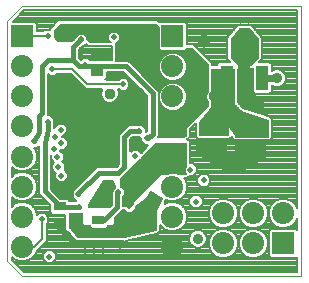
<source format=gtl>
G75*
%MOIN*%
%OFA0B0*%
%FSLAX25Y25*%
%IPPOS*%
%LPD*%
%AMOC8*
5,1,8,0,0,1.08239X$1,22.5*
%
%ADD10C,0.00000*%
%ADD11R,0.03937X0.03150*%
%ADD12R,0.07382X0.07382*%
%ADD13C,0.07382*%
%ADD14R,0.03937X0.08268*%
%ADD15C,0.00039*%
%ADD16C,0.02000*%
%ADD17C,0.00800*%
%ADD18C,0.03750*%
%ADD19C,0.00100*%
%ADD20C,0.03000*%
%ADD21C,0.00300*%
%ADD22C,0.04500*%
%ADD23C,0.02400*%
%ADD24C,0.01600*%
%ADD25C,0.01000*%
%ADD26C,0.03543*%
D10*
X0027595Y0028433D02*
X0027595Y0108433D01*
X0032595Y0113433D01*
X0125595Y0113433D01*
X0125595Y0023433D01*
X0032595Y0023433D01*
X0027595Y0028433D01*
D11*
X0045085Y0041079D03*
X0045085Y0046787D03*
X0057965Y0047737D03*
X0057965Y0042029D03*
X0095595Y0066579D03*
X0095595Y0072287D03*
X0108595Y0072287D03*
X0108595Y0066579D03*
X0057595Y0091579D03*
X0057595Y0097287D03*
D12*
X0032595Y0103433D03*
X0082595Y0103433D03*
X0119595Y0034433D03*
D13*
X0109595Y0034433D03*
X0099595Y0034433D03*
X0099595Y0044433D03*
X0109595Y0044433D03*
X0119595Y0044433D03*
X0082595Y0043276D03*
X0082595Y0053276D03*
X0082595Y0063276D03*
X0082595Y0073394D03*
X0082595Y0083394D03*
X0082595Y0093394D03*
X0032595Y0093394D03*
X0032595Y0083394D03*
X0032595Y0073394D03*
X0032595Y0063276D03*
X0032595Y0053276D03*
X0032595Y0043276D03*
X0032595Y0033276D03*
X0082595Y0033276D03*
D14*
X0100690Y0089559D03*
X0106595Y0089559D03*
X0112501Y0089559D03*
D15*
X0108564Y0093693D02*
X0104627Y0093693D01*
X0102068Y0096449D01*
X0102068Y0102551D01*
X0105020Y0106094D01*
X0108170Y0106094D01*
X0111123Y0102551D01*
X0111123Y0096449D01*
X0108564Y0093693D01*
X0104627Y0093693D01*
X0102068Y0096449D01*
X0102068Y0102551D01*
X0105020Y0106094D01*
X0108170Y0106094D01*
X0111123Y0102551D01*
X0111123Y0096449D01*
X0108564Y0093693D01*
X0108573Y0093703D02*
X0104617Y0093703D01*
X0104582Y0093741D02*
X0108608Y0093741D01*
X0108643Y0093779D02*
X0104547Y0093779D01*
X0104512Y0093817D02*
X0108679Y0093817D01*
X0108714Y0093855D02*
X0104477Y0093855D01*
X0104441Y0093892D02*
X0108749Y0093892D01*
X0108784Y0093930D02*
X0104406Y0093930D01*
X0104371Y0093968D02*
X0108819Y0093968D01*
X0108854Y0094006D02*
X0104336Y0094006D01*
X0104301Y0094044D02*
X0108890Y0094044D01*
X0108925Y0094082D02*
X0104265Y0094082D01*
X0104230Y0094120D02*
X0108960Y0094120D01*
X0108995Y0094158D02*
X0104195Y0094158D01*
X0104160Y0094196D02*
X0109030Y0094196D01*
X0109066Y0094233D02*
X0104125Y0094233D01*
X0104090Y0094271D02*
X0109101Y0094271D01*
X0109136Y0094309D02*
X0104054Y0094309D01*
X0104019Y0094347D02*
X0109171Y0094347D01*
X0109206Y0094385D02*
X0103984Y0094385D01*
X0103949Y0094423D02*
X0109241Y0094423D01*
X0109277Y0094461D02*
X0103914Y0094461D01*
X0103879Y0094499D02*
X0109312Y0094499D01*
X0109347Y0094536D02*
X0103843Y0094536D01*
X0103808Y0094574D02*
X0109382Y0094574D01*
X0109417Y0094612D02*
X0103773Y0094612D01*
X0103738Y0094650D02*
X0109452Y0094650D01*
X0109488Y0094688D02*
X0103703Y0094688D01*
X0103667Y0094726D02*
X0109523Y0094726D01*
X0109558Y0094764D02*
X0103632Y0094764D01*
X0103597Y0094802D02*
X0109593Y0094802D01*
X0109628Y0094840D02*
X0103562Y0094840D01*
X0103527Y0094877D02*
X0109664Y0094877D01*
X0109699Y0094915D02*
X0103492Y0094915D01*
X0103456Y0094953D02*
X0109734Y0094953D01*
X0109769Y0094991D02*
X0103421Y0094991D01*
X0103386Y0095029D02*
X0109804Y0095029D01*
X0109839Y0095067D02*
X0103351Y0095067D01*
X0103316Y0095105D02*
X0109875Y0095105D01*
X0109910Y0095143D02*
X0103281Y0095143D01*
X0103245Y0095180D02*
X0109945Y0095180D01*
X0109980Y0095218D02*
X0103210Y0095218D01*
X0103175Y0095256D02*
X0110015Y0095256D01*
X0110050Y0095294D02*
X0103140Y0095294D01*
X0103105Y0095332D02*
X0110086Y0095332D01*
X0110121Y0095370D02*
X0103069Y0095370D01*
X0103034Y0095408D02*
X0110156Y0095408D01*
X0110191Y0095446D02*
X0102999Y0095446D01*
X0102964Y0095483D02*
X0110226Y0095483D01*
X0110262Y0095521D02*
X0102929Y0095521D01*
X0102894Y0095559D02*
X0110297Y0095559D01*
X0110332Y0095597D02*
X0102858Y0095597D01*
X0102823Y0095635D02*
X0110367Y0095635D01*
X0110402Y0095673D02*
X0102788Y0095673D01*
X0102753Y0095711D02*
X0110437Y0095711D01*
X0110473Y0095749D02*
X0102718Y0095749D01*
X0102683Y0095787D02*
X0110508Y0095787D01*
X0110543Y0095824D02*
X0102647Y0095824D01*
X0102612Y0095862D02*
X0110578Y0095862D01*
X0110613Y0095900D02*
X0102577Y0095900D01*
X0102542Y0095938D02*
X0110648Y0095938D01*
X0110684Y0095976D02*
X0102507Y0095976D01*
X0102472Y0096014D02*
X0110719Y0096014D01*
X0110754Y0096052D02*
X0102436Y0096052D01*
X0102401Y0096090D02*
X0110789Y0096090D01*
X0110824Y0096127D02*
X0102366Y0096127D01*
X0102331Y0096165D02*
X0110859Y0096165D01*
X0110895Y0096203D02*
X0102296Y0096203D01*
X0102260Y0096241D02*
X0110930Y0096241D01*
X0110965Y0096279D02*
X0102225Y0096279D01*
X0102190Y0096317D02*
X0111000Y0096317D01*
X0111035Y0096355D02*
X0102155Y0096355D01*
X0102120Y0096393D02*
X0111071Y0096393D01*
X0111106Y0096431D02*
X0102085Y0096431D01*
X0102068Y0096468D02*
X0111123Y0096468D01*
X0111123Y0096506D02*
X0102068Y0096506D01*
X0102068Y0096544D02*
X0111123Y0096544D01*
X0111123Y0096582D02*
X0102068Y0096582D01*
X0102068Y0096620D02*
X0111123Y0096620D01*
X0111123Y0096658D02*
X0102068Y0096658D01*
X0102068Y0096696D02*
X0111123Y0096696D01*
X0111123Y0096734D02*
X0102068Y0096734D01*
X0102068Y0096771D02*
X0111123Y0096771D01*
X0111123Y0096809D02*
X0102068Y0096809D01*
X0102068Y0096847D02*
X0111123Y0096847D01*
X0111123Y0096885D02*
X0102068Y0096885D01*
X0102068Y0096923D02*
X0111123Y0096923D01*
X0111123Y0096961D02*
X0102068Y0096961D01*
X0102068Y0096999D02*
X0111123Y0096999D01*
X0111123Y0097037D02*
X0102068Y0097037D01*
X0102068Y0097075D02*
X0111123Y0097075D01*
X0111123Y0097112D02*
X0102068Y0097112D01*
X0102068Y0097150D02*
X0111123Y0097150D01*
X0111123Y0097188D02*
X0102068Y0097188D01*
X0102068Y0097226D02*
X0111123Y0097226D01*
X0111123Y0097264D02*
X0102068Y0097264D01*
X0102068Y0097302D02*
X0111123Y0097302D01*
X0111123Y0097340D02*
X0102068Y0097340D01*
X0102068Y0097378D02*
X0111123Y0097378D01*
X0111123Y0097415D02*
X0102068Y0097415D01*
X0102068Y0097453D02*
X0111123Y0097453D01*
X0111123Y0097491D02*
X0102068Y0097491D01*
X0102068Y0097529D02*
X0111123Y0097529D01*
X0111123Y0097567D02*
X0102068Y0097567D01*
X0102068Y0097605D02*
X0111123Y0097605D01*
X0111123Y0097643D02*
X0102068Y0097643D01*
X0102068Y0097681D02*
X0111123Y0097681D01*
X0111123Y0097718D02*
X0102068Y0097718D01*
X0102068Y0097756D02*
X0111123Y0097756D01*
X0111123Y0097794D02*
X0102068Y0097794D01*
X0102068Y0097832D02*
X0111123Y0097832D01*
X0111123Y0097870D02*
X0102068Y0097870D01*
X0102068Y0097908D02*
X0111123Y0097908D01*
X0111123Y0097946D02*
X0102068Y0097946D01*
X0102068Y0097984D02*
X0111123Y0097984D01*
X0111123Y0098022D02*
X0102068Y0098022D01*
X0102068Y0098059D02*
X0111123Y0098059D01*
X0111123Y0098097D02*
X0102068Y0098097D01*
X0102068Y0098135D02*
X0111123Y0098135D01*
X0111123Y0098173D02*
X0102068Y0098173D01*
X0102068Y0098211D02*
X0111123Y0098211D01*
X0111123Y0098249D02*
X0102068Y0098249D01*
X0102068Y0098287D02*
X0111123Y0098287D01*
X0111123Y0098325D02*
X0102068Y0098325D01*
X0102068Y0098362D02*
X0111123Y0098362D01*
X0111123Y0098400D02*
X0102068Y0098400D01*
X0102068Y0098438D02*
X0111123Y0098438D01*
X0111123Y0098476D02*
X0102068Y0098476D01*
X0102068Y0098514D02*
X0111123Y0098514D01*
X0111123Y0098552D02*
X0102068Y0098552D01*
X0102068Y0098590D02*
X0111123Y0098590D01*
X0111123Y0098628D02*
X0102068Y0098628D01*
X0102068Y0098666D02*
X0111123Y0098666D01*
X0111123Y0098703D02*
X0102068Y0098703D01*
X0102068Y0098741D02*
X0111123Y0098741D01*
X0111123Y0098779D02*
X0102068Y0098779D01*
X0102068Y0098817D02*
X0111123Y0098817D01*
X0111123Y0098855D02*
X0102068Y0098855D01*
X0102068Y0098893D02*
X0111123Y0098893D01*
X0111123Y0098931D02*
X0102068Y0098931D01*
X0102068Y0098969D02*
X0111123Y0098969D01*
X0111123Y0099006D02*
X0102068Y0099006D01*
X0102068Y0099044D02*
X0111123Y0099044D01*
X0111123Y0099082D02*
X0102068Y0099082D01*
X0102068Y0099120D02*
X0111123Y0099120D01*
X0111123Y0099158D02*
X0102068Y0099158D01*
X0102068Y0099196D02*
X0111123Y0099196D01*
X0111123Y0099234D02*
X0102068Y0099234D01*
X0102068Y0099272D02*
X0111123Y0099272D01*
X0111123Y0099310D02*
X0102068Y0099310D01*
X0102068Y0099347D02*
X0111123Y0099347D01*
X0111123Y0099385D02*
X0102068Y0099385D01*
X0102068Y0099423D02*
X0111123Y0099423D01*
X0111123Y0099461D02*
X0102068Y0099461D01*
X0102068Y0099499D02*
X0111123Y0099499D01*
X0111123Y0099537D02*
X0102068Y0099537D01*
X0102068Y0099575D02*
X0111123Y0099575D01*
X0111123Y0099613D02*
X0102068Y0099613D01*
X0102068Y0099650D02*
X0111123Y0099650D01*
X0111123Y0099688D02*
X0102068Y0099688D01*
X0102068Y0099726D02*
X0111123Y0099726D01*
X0111123Y0099764D02*
X0102068Y0099764D01*
X0102068Y0099802D02*
X0111123Y0099802D01*
X0111123Y0099840D02*
X0102068Y0099840D01*
X0102068Y0099878D02*
X0111123Y0099878D01*
X0111123Y0099916D02*
X0102068Y0099916D01*
X0102068Y0099953D02*
X0111123Y0099953D01*
X0111123Y0099991D02*
X0102068Y0099991D01*
X0102068Y0100029D02*
X0111123Y0100029D01*
X0111123Y0100067D02*
X0102068Y0100067D01*
X0102068Y0100105D02*
X0111123Y0100105D01*
X0111123Y0100143D02*
X0102068Y0100143D01*
X0102068Y0100181D02*
X0111123Y0100181D01*
X0111123Y0100219D02*
X0102068Y0100219D01*
X0102068Y0100257D02*
X0111123Y0100257D01*
X0111123Y0100294D02*
X0102068Y0100294D01*
X0102068Y0100332D02*
X0111123Y0100332D01*
X0111123Y0100370D02*
X0102068Y0100370D01*
X0102068Y0100408D02*
X0111123Y0100408D01*
X0111123Y0100446D02*
X0102068Y0100446D01*
X0102068Y0100484D02*
X0111123Y0100484D01*
X0111123Y0100522D02*
X0102068Y0100522D01*
X0102068Y0100560D02*
X0111123Y0100560D01*
X0111123Y0100597D02*
X0102068Y0100597D01*
X0102068Y0100635D02*
X0111123Y0100635D01*
X0111123Y0100673D02*
X0102068Y0100673D01*
X0102068Y0100711D02*
X0111123Y0100711D01*
X0111123Y0100749D02*
X0102068Y0100749D01*
X0102068Y0100787D02*
X0111123Y0100787D01*
X0111123Y0100825D02*
X0102068Y0100825D01*
X0102068Y0100863D02*
X0111123Y0100863D01*
X0111123Y0100901D02*
X0102068Y0100901D01*
X0102068Y0100938D02*
X0111123Y0100938D01*
X0111123Y0100976D02*
X0102068Y0100976D01*
X0102068Y0101014D02*
X0111123Y0101014D01*
X0111123Y0101052D02*
X0102068Y0101052D01*
X0102068Y0101090D02*
X0111123Y0101090D01*
X0111123Y0101128D02*
X0102068Y0101128D01*
X0102068Y0101166D02*
X0111123Y0101166D01*
X0111123Y0101204D02*
X0102068Y0101204D01*
X0102068Y0101241D02*
X0111123Y0101241D01*
X0111123Y0101279D02*
X0102068Y0101279D01*
X0102068Y0101317D02*
X0111123Y0101317D01*
X0111123Y0101355D02*
X0102068Y0101355D01*
X0102068Y0101393D02*
X0111123Y0101393D01*
X0111123Y0101431D02*
X0102068Y0101431D01*
X0102068Y0101469D02*
X0111123Y0101469D01*
X0111123Y0101507D02*
X0102068Y0101507D01*
X0102068Y0101545D02*
X0111123Y0101545D01*
X0111123Y0101582D02*
X0102068Y0101582D01*
X0102068Y0101620D02*
X0111123Y0101620D01*
X0111123Y0101658D02*
X0102068Y0101658D01*
X0102068Y0101696D02*
X0111123Y0101696D01*
X0111123Y0101734D02*
X0102068Y0101734D01*
X0102068Y0101772D02*
X0111123Y0101772D01*
X0111123Y0101810D02*
X0102068Y0101810D01*
X0102068Y0101848D02*
X0111123Y0101848D01*
X0111123Y0101885D02*
X0102068Y0101885D01*
X0102068Y0101923D02*
X0111123Y0101923D01*
X0111123Y0101961D02*
X0102068Y0101961D01*
X0102068Y0101999D02*
X0111123Y0101999D01*
X0111123Y0102037D02*
X0102068Y0102037D01*
X0102068Y0102075D02*
X0111123Y0102075D01*
X0111123Y0102113D02*
X0102068Y0102113D01*
X0102068Y0102151D02*
X0111123Y0102151D01*
X0111123Y0102188D02*
X0102068Y0102188D01*
X0102068Y0102226D02*
X0111123Y0102226D01*
X0111123Y0102264D02*
X0102068Y0102264D01*
X0102068Y0102302D02*
X0111123Y0102302D01*
X0111123Y0102340D02*
X0102068Y0102340D01*
X0102068Y0102378D02*
X0111123Y0102378D01*
X0111123Y0102416D02*
X0102068Y0102416D01*
X0102068Y0102454D02*
X0111123Y0102454D01*
X0111123Y0102492D02*
X0102068Y0102492D01*
X0102068Y0102529D02*
X0111123Y0102529D01*
X0111109Y0102567D02*
X0102081Y0102567D01*
X0102113Y0102605D02*
X0111078Y0102605D01*
X0111046Y0102643D02*
X0102144Y0102643D01*
X0102176Y0102681D02*
X0111015Y0102681D01*
X0110983Y0102719D02*
X0102207Y0102719D01*
X0102239Y0102757D02*
X0110951Y0102757D01*
X0110920Y0102795D02*
X0102270Y0102795D01*
X0102302Y0102832D02*
X0110888Y0102832D01*
X0110857Y0102870D02*
X0102334Y0102870D01*
X0102365Y0102908D02*
X0110825Y0102908D01*
X0110794Y0102946D02*
X0102397Y0102946D01*
X0102428Y0102984D02*
X0110762Y0102984D01*
X0110730Y0103022D02*
X0102460Y0103022D01*
X0102491Y0103060D02*
X0110699Y0103060D01*
X0110667Y0103098D02*
X0102523Y0103098D01*
X0102555Y0103136D02*
X0110636Y0103136D01*
X0110604Y0103173D02*
X0102586Y0103173D01*
X0102618Y0103211D02*
X0110573Y0103211D01*
X0110541Y0103249D02*
X0102649Y0103249D01*
X0102681Y0103287D02*
X0110509Y0103287D01*
X0110478Y0103325D02*
X0102712Y0103325D01*
X0102744Y0103363D02*
X0110446Y0103363D01*
X0110415Y0103401D02*
X0102776Y0103401D01*
X0102807Y0103439D02*
X0110383Y0103439D01*
X0110352Y0103476D02*
X0102839Y0103476D01*
X0102870Y0103514D02*
X0110320Y0103514D01*
X0110288Y0103552D02*
X0102902Y0103552D01*
X0102933Y0103590D02*
X0110257Y0103590D01*
X0110225Y0103628D02*
X0102965Y0103628D01*
X0102996Y0103666D02*
X0110194Y0103666D01*
X0110162Y0103704D02*
X0103028Y0103704D01*
X0103060Y0103742D02*
X0110131Y0103742D01*
X0110099Y0103780D02*
X0103091Y0103780D01*
X0103123Y0103817D02*
X0110068Y0103817D01*
X0110036Y0103855D02*
X0103154Y0103855D01*
X0103186Y0103893D02*
X0110004Y0103893D01*
X0109973Y0103931D02*
X0103217Y0103931D01*
X0103249Y0103969D02*
X0109941Y0103969D01*
X0109910Y0104007D02*
X0103281Y0104007D01*
X0103312Y0104045D02*
X0109878Y0104045D01*
X0109847Y0104083D02*
X0103344Y0104083D01*
X0103375Y0104120D02*
X0109815Y0104120D01*
X0109783Y0104158D02*
X0103407Y0104158D01*
X0103438Y0104196D02*
X0109752Y0104196D01*
X0109720Y0104234D02*
X0103470Y0104234D01*
X0103502Y0104272D02*
X0109689Y0104272D01*
X0109657Y0104310D02*
X0103533Y0104310D01*
X0103565Y0104348D02*
X0109626Y0104348D01*
X0109594Y0104386D02*
X0103596Y0104386D01*
X0103628Y0104423D02*
X0109562Y0104423D01*
X0109531Y0104461D02*
X0103659Y0104461D01*
X0103691Y0104499D02*
X0109499Y0104499D01*
X0109468Y0104537D02*
X0103723Y0104537D01*
X0103754Y0104575D02*
X0109436Y0104575D01*
X0109405Y0104613D02*
X0103786Y0104613D01*
X0103817Y0104651D02*
X0109373Y0104651D01*
X0109341Y0104689D02*
X0103849Y0104689D01*
X0103880Y0104727D02*
X0109310Y0104727D01*
X0109278Y0104764D02*
X0103912Y0104764D01*
X0103944Y0104802D02*
X0109247Y0104802D01*
X0109215Y0104840D02*
X0103975Y0104840D01*
X0104007Y0104878D02*
X0109184Y0104878D01*
X0109152Y0104916D02*
X0104038Y0104916D01*
X0104070Y0104954D02*
X0109120Y0104954D01*
X0109089Y0104992D02*
X0104101Y0104992D01*
X0104133Y0105030D02*
X0109057Y0105030D01*
X0109026Y0105067D02*
X0104164Y0105067D01*
X0104196Y0105105D02*
X0108994Y0105105D01*
X0108963Y0105143D02*
X0104228Y0105143D01*
X0104259Y0105181D02*
X0108931Y0105181D01*
X0108900Y0105219D02*
X0104291Y0105219D01*
X0104322Y0105257D02*
X0108868Y0105257D01*
X0108836Y0105295D02*
X0104354Y0105295D01*
X0104385Y0105333D02*
X0108805Y0105333D01*
X0108773Y0105371D02*
X0104417Y0105371D01*
X0104449Y0105408D02*
X0108742Y0105408D01*
X0108710Y0105446D02*
X0104480Y0105446D01*
X0104512Y0105484D02*
X0108679Y0105484D01*
X0108647Y0105522D02*
X0104543Y0105522D01*
X0104575Y0105560D02*
X0108615Y0105560D01*
X0108584Y0105598D02*
X0104606Y0105598D01*
X0104638Y0105636D02*
X0108552Y0105636D01*
X0108521Y0105674D02*
X0104670Y0105674D01*
X0104701Y0105711D02*
X0108489Y0105711D01*
X0108458Y0105749D02*
X0104733Y0105749D01*
X0104764Y0105787D02*
X0108426Y0105787D01*
X0108394Y0105825D02*
X0104796Y0105825D01*
X0104827Y0105863D02*
X0108363Y0105863D01*
X0108331Y0105901D02*
X0104859Y0105901D01*
X0104891Y0105939D02*
X0108300Y0105939D01*
X0108268Y0105977D02*
X0104922Y0105977D01*
X0104954Y0106015D02*
X0108237Y0106015D01*
X0108205Y0106052D02*
X0104985Y0106052D01*
X0105017Y0106090D02*
X0108173Y0106090D01*
D16*
X0071595Y0071933D03*
X0074095Y0069433D03*
X0069395Y0067933D03*
X0070195Y0063533D03*
X0063595Y0068633D03*
X0060595Y0065433D03*
X0061895Y0061633D03*
X0057595Y0061633D03*
X0054595Y0065433D03*
X0057495Y0068633D03*
X0054595Y0072433D03*
X0051595Y0075933D03*
X0057595Y0075933D03*
X0060595Y0072433D03*
X0063595Y0075933D03*
X0066095Y0083433D03*
X0066095Y0087433D03*
X0061095Y0097433D03*
X0062995Y0103133D03*
X0052095Y0102433D03*
X0052595Y0099133D03*
X0052195Y0096733D03*
X0053595Y0093933D03*
X0048595Y0102933D03*
X0046595Y0104433D03*
X0044095Y0104433D03*
X0041095Y0103433D03*
X0042595Y0092433D03*
X0046595Y0082433D03*
X0041095Y0074933D03*
X0045395Y0072333D03*
X0043595Y0069933D03*
X0045595Y0067733D03*
X0043095Y0065933D03*
X0044295Y0063233D03*
X0044595Y0059933D03*
X0045595Y0056933D03*
X0049595Y0055733D03*
X0051295Y0050733D03*
X0051595Y0046433D03*
X0051095Y0043433D03*
X0051095Y0040933D03*
X0049095Y0035433D03*
X0053595Y0031933D03*
X0056595Y0031933D03*
X0059595Y0031933D03*
X0065095Y0033433D03*
X0068095Y0046933D03*
X0067095Y0049433D03*
X0064595Y0051433D03*
X0076095Y0050433D03*
X0078095Y0048433D03*
X0088595Y0058933D03*
X0093095Y0055433D03*
X0090495Y0048333D03*
X0052095Y0061633D03*
X0051495Y0068633D03*
X0036595Y0068433D03*
X0039095Y0042433D03*
X0041595Y0029933D03*
D17*
X0039969Y0031418D02*
X0037120Y0031418D01*
X0037315Y0031891D02*
X0039758Y0034333D01*
X0040695Y0035270D01*
X0040695Y0040922D01*
X0041295Y0041522D01*
X0041295Y0043344D01*
X0040006Y0044633D01*
X0038184Y0044633D01*
X0037486Y0043935D01*
X0037486Y0044248D01*
X0036741Y0046046D01*
X0035366Y0047422D01*
X0033568Y0048167D01*
X0031622Y0048167D01*
X0029825Y0047422D01*
X0028995Y0046592D01*
X0028995Y0049959D01*
X0029825Y0049129D01*
X0031622Y0048385D01*
X0033568Y0048385D01*
X0035366Y0049129D01*
X0036741Y0050505D01*
X0037486Y0052303D01*
X0037486Y0054248D01*
X0036741Y0056046D01*
X0035366Y0057422D01*
X0033568Y0058167D01*
X0031622Y0058167D01*
X0029825Y0057422D01*
X0028995Y0056592D01*
X0028995Y0059959D01*
X0029825Y0059129D01*
X0031622Y0058385D01*
X0033568Y0058385D01*
X0035366Y0059129D01*
X0036741Y0060505D01*
X0037486Y0062303D01*
X0037486Y0064248D01*
X0036741Y0066046D01*
X0036554Y0066233D01*
X0037506Y0066233D01*
X0038095Y0066822D01*
X0038095Y0050949D01*
X0039267Y0049777D01*
X0041917Y0047127D01*
X0041917Y0044716D01*
X0042620Y0044013D01*
X0046927Y0044013D01*
X0046767Y0040014D01*
X0046745Y0039992D01*
X0046745Y0039460D01*
X0046724Y0038928D01*
X0046745Y0038905D01*
X0046745Y0038874D01*
X0047121Y0038498D01*
X0047482Y0038106D01*
X0047514Y0038105D01*
X0047536Y0038083D01*
X0047963Y0038083D01*
X0049749Y0035939D01*
X0049750Y0035863D01*
X0050101Y0035517D01*
X0050416Y0035139D01*
X0050492Y0035132D01*
X0050547Y0035078D01*
X0051040Y0035083D01*
X0051530Y0035038D01*
X0051589Y0035087D01*
X0063181Y0035183D01*
X0066195Y0035094D01*
X0066364Y0034990D01*
X0066734Y0035078D01*
X0067114Y0035067D01*
X0067259Y0035203D01*
X0077254Y0037583D01*
X0077654Y0037583D01*
X0077780Y0037708D01*
X0077952Y0037749D01*
X0078162Y0038091D01*
X0078445Y0038374D01*
X0078445Y0038551D01*
X0078538Y0038702D01*
X0078445Y0039092D01*
X0078445Y0040514D01*
X0078449Y0040505D01*
X0079825Y0039129D01*
X0081622Y0038385D01*
X0083568Y0038385D01*
X0085366Y0039129D01*
X0086741Y0040505D01*
X0087486Y0042303D01*
X0087486Y0044248D01*
X0086741Y0046046D01*
X0085366Y0047422D01*
X0083568Y0048167D01*
X0081622Y0048167D01*
X0080295Y0047617D01*
X0080295Y0048806D01*
X0080359Y0048908D01*
X0081622Y0048385D01*
X0083568Y0048385D01*
X0085366Y0049129D01*
X0086741Y0050505D01*
X0087486Y0052303D01*
X0087486Y0054248D01*
X0086741Y0056046D01*
X0086604Y0056183D01*
X0087613Y0056183D01*
X0088163Y0056733D01*
X0089506Y0056733D01*
X0090795Y0058022D01*
X0090795Y0059844D01*
X0089506Y0061133D01*
X0088345Y0061133D01*
X0088345Y0068451D01*
X0087613Y0069183D01*
X0087613Y0069183D01*
X0087845Y0069415D01*
X0088345Y0069915D01*
X0088345Y0072415D01*
X0090345Y0074415D01*
X0090345Y0069915D01*
X0091077Y0069183D01*
X0101613Y0069183D01*
X0102345Y0069915D01*
X0102345Y0070016D01*
X0102353Y0070005D01*
X0102355Y0069921D01*
X0102355Y0069415D01*
X0102365Y0069405D01*
X0102366Y0069390D01*
X0102730Y0069041D01*
X0103087Y0068683D01*
X0103102Y0068683D01*
X0103112Y0068673D01*
X0103618Y0068683D01*
X0114089Y0068683D01*
X0114090Y0068682D01*
X0114604Y0068683D01*
X0115123Y0068683D01*
X0115124Y0068684D01*
X0115125Y0068684D01*
X0115487Y0069047D01*
X0115855Y0069415D01*
X0115855Y0069417D01*
X0115856Y0069418D01*
X0115855Y0069931D01*
X0115855Y0070451D01*
X0115854Y0070452D01*
X0115845Y0075231D01*
X0115945Y0075529D01*
X0115845Y0075729D01*
X0115844Y0075953D01*
X0115622Y0076175D01*
X0115482Y0076455D01*
X0115269Y0076526D01*
X0115111Y0076684D01*
X0114797Y0076683D01*
X0106270Y0079526D01*
X0104345Y0081451D01*
X0104345Y0092473D01*
X0104604Y0092473D01*
X0105086Y0092455D01*
X0105106Y0092473D01*
X0108085Y0092473D01*
X0108104Y0092455D01*
X0108586Y0092473D01*
X0109069Y0092473D01*
X0109087Y0092492D01*
X0109114Y0092493D01*
X0109332Y0092728D01*
X0109332Y0084928D01*
X0110035Y0084225D01*
X0114966Y0084225D01*
X0115669Y0084928D01*
X0115669Y0087033D01*
X0115793Y0087033D01*
X0115912Y0086914D01*
X0117004Y0086461D01*
X0118186Y0086461D01*
X0119278Y0086914D01*
X0120114Y0087750D01*
X0120567Y0088842D01*
X0120567Y0090024D01*
X0120114Y0091116D01*
X0119278Y0091952D01*
X0118186Y0092405D01*
X0117004Y0092405D01*
X0115912Y0091952D01*
X0115793Y0091833D01*
X0115669Y0091833D01*
X0115669Y0094190D01*
X0114966Y0094893D01*
X0111342Y0094893D01*
X0112001Y0095602D01*
X0112342Y0095944D01*
X0112342Y0095970D01*
X0112360Y0095989D01*
X0112342Y0096471D01*
X0112342Y0102496D01*
X0112383Y0102944D01*
X0112342Y0102993D01*
X0112342Y0103056D01*
X0112024Y0103374D01*
X0109390Y0106536D01*
X0109390Y0106600D01*
X0109072Y0106918D01*
X0108784Y0107263D01*
X0108720Y0107269D01*
X0108675Y0107314D01*
X0108225Y0107314D01*
X0107777Y0107355D01*
X0107728Y0107314D01*
X0105462Y0107314D01*
X0105413Y0107355D01*
X0104965Y0107314D01*
X0104515Y0107314D01*
X0104470Y0107269D01*
X0104407Y0107263D01*
X0104119Y0106918D01*
X0103801Y0106600D01*
X0103801Y0106536D01*
X0101166Y0103374D01*
X0100848Y0103056D01*
X0100848Y0102993D01*
X0100807Y0102944D01*
X0100848Y0102496D01*
X0100848Y0096471D01*
X0100830Y0095989D01*
X0100848Y0095970D01*
X0100848Y0095944D01*
X0101189Y0095602D01*
X0101848Y0094893D01*
X0098224Y0094893D01*
X0097521Y0094190D01*
X0097521Y0093683D01*
X0095845Y0093683D01*
X0095845Y0094451D01*
X0095113Y0095183D01*
X0089613Y0100683D01*
X0087486Y0100683D01*
X0087486Y0107621D01*
X0086783Y0108324D01*
X0078407Y0108324D01*
X0078190Y0108106D01*
X0077613Y0108683D01*
X0044577Y0108683D01*
X0041845Y0105951D01*
X0041845Y0105633D01*
X0040184Y0105633D01*
X0039584Y0105033D01*
X0037486Y0105033D01*
X0037486Y0107621D01*
X0036783Y0108324D01*
X0029466Y0108324D01*
X0033175Y0112033D01*
X0124195Y0112033D01*
X0124195Y0046108D01*
X0123741Y0047204D01*
X0122366Y0048579D01*
X0120568Y0049324D01*
X0118622Y0049324D01*
X0116825Y0048579D01*
X0115449Y0047204D01*
X0114704Y0045406D01*
X0114704Y0043460D01*
X0115449Y0041663D01*
X0116825Y0040287D01*
X0118622Y0039542D01*
X0120568Y0039542D01*
X0122366Y0040287D01*
X0123741Y0041663D01*
X0124195Y0042758D01*
X0124195Y0038912D01*
X0123783Y0039324D01*
X0115407Y0039324D01*
X0114704Y0038621D01*
X0114704Y0030245D01*
X0115407Y0029542D01*
X0123783Y0029542D01*
X0124195Y0029954D01*
X0124195Y0024833D01*
X0033175Y0024833D01*
X0028995Y0029013D01*
X0028995Y0029959D01*
X0029825Y0029129D01*
X0031622Y0028385D01*
X0033568Y0028385D01*
X0035366Y0029129D01*
X0036741Y0030505D01*
X0037315Y0031891D01*
X0037641Y0032217D02*
X0095219Y0032217D01*
X0095449Y0031663D02*
X0094704Y0033460D01*
X0094704Y0035406D01*
X0095449Y0037204D01*
X0096825Y0038579D01*
X0098622Y0039324D01*
X0100568Y0039324D01*
X0102366Y0038579D01*
X0103741Y0037204D01*
X0104486Y0035406D01*
X0104486Y0033460D01*
X0103741Y0031663D01*
X0102366Y0030287D01*
X0100568Y0029542D01*
X0098622Y0029542D01*
X0096825Y0030287D01*
X0095449Y0031663D01*
X0095693Y0031418D02*
X0043221Y0031418D01*
X0043795Y0030844D02*
X0042506Y0032133D01*
X0040684Y0032133D01*
X0039395Y0030844D01*
X0039395Y0029022D01*
X0040684Y0027733D01*
X0042506Y0027733D01*
X0043795Y0029022D01*
X0043795Y0030844D01*
X0043795Y0030620D02*
X0096492Y0030620D01*
X0097949Y0029821D02*
X0043795Y0029821D01*
X0043795Y0029023D02*
X0124195Y0029023D01*
X0124195Y0029821D02*
X0124062Y0029821D01*
X0124195Y0028224D02*
X0042997Y0028224D01*
X0040193Y0028224D02*
X0029784Y0028224D01*
X0030082Y0029023D02*
X0028995Y0029023D01*
X0028995Y0029821D02*
X0029133Y0029821D01*
X0030582Y0027426D02*
X0124195Y0027426D01*
X0124195Y0026627D02*
X0031381Y0026627D01*
X0032179Y0025829D02*
X0124195Y0025829D01*
X0124195Y0025030D02*
X0032978Y0025030D01*
X0035108Y0029023D02*
X0039395Y0029023D01*
X0039395Y0029821D02*
X0036058Y0029821D01*
X0036789Y0030620D02*
X0039395Y0030620D01*
X0038440Y0033015D02*
X0090374Y0033015D01*
X0090504Y0032961D02*
X0091686Y0032961D01*
X0092778Y0033414D01*
X0093614Y0034250D01*
X0094067Y0035342D01*
X0094067Y0036524D01*
X0093614Y0037616D01*
X0092778Y0038452D01*
X0091686Y0038905D01*
X0090504Y0038905D01*
X0089412Y0038452D01*
X0088576Y0037616D01*
X0088123Y0036524D01*
X0088123Y0035342D01*
X0088576Y0034250D01*
X0089412Y0033414D01*
X0090504Y0032961D01*
X0091816Y0033015D02*
X0094889Y0033015D01*
X0094704Y0033814D02*
X0093178Y0033814D01*
X0093765Y0034612D02*
X0094704Y0034612D01*
X0094706Y0035411D02*
X0094067Y0035411D01*
X0094067Y0036209D02*
X0095037Y0036209D01*
X0095368Y0037008D02*
X0093866Y0037008D01*
X0093424Y0037806D02*
X0096052Y0037806D01*
X0096886Y0038605D02*
X0092410Y0038605D01*
X0089780Y0038605D02*
X0084099Y0038605D01*
X0085640Y0039403D02*
X0124195Y0039403D01*
X0124195Y0040202D02*
X0122161Y0040202D01*
X0123079Y0041000D02*
X0124195Y0041000D01*
X0124195Y0041799D02*
X0123798Y0041799D01*
X0124129Y0042597D02*
X0124195Y0042597D01*
X0124195Y0046590D02*
X0123996Y0046590D01*
X0124195Y0047388D02*
X0123557Y0047388D01*
X0124195Y0048187D02*
X0122758Y0048187D01*
X0121385Y0048985D02*
X0124195Y0048985D01*
X0124195Y0049784D02*
X0092156Y0049784D01*
X0092695Y0049244D02*
X0091406Y0050533D01*
X0089584Y0050533D01*
X0088295Y0049244D01*
X0088295Y0047422D01*
X0089584Y0046133D01*
X0091406Y0046133D01*
X0092695Y0047422D01*
X0092695Y0049244D01*
X0092695Y0048985D02*
X0097805Y0048985D01*
X0098622Y0049324D02*
X0096825Y0048579D01*
X0095449Y0047204D01*
X0094704Y0045406D01*
X0094704Y0043460D01*
X0095449Y0041663D01*
X0096825Y0040287D01*
X0098622Y0039542D01*
X0100568Y0039542D01*
X0102366Y0040287D01*
X0103741Y0041663D01*
X0104486Y0043460D01*
X0104486Y0045406D01*
X0103741Y0047204D01*
X0102366Y0048579D01*
X0100568Y0049324D01*
X0098622Y0049324D01*
X0096432Y0048187D02*
X0092695Y0048187D01*
X0092662Y0047388D02*
X0095634Y0047388D01*
X0095195Y0046590D02*
X0091863Y0046590D01*
X0089127Y0046590D02*
X0086198Y0046590D01*
X0086847Y0045791D02*
X0094864Y0045791D01*
X0094704Y0044993D02*
X0087178Y0044993D01*
X0087486Y0044194D02*
X0094704Y0044194D01*
X0094731Y0043396D02*
X0087486Y0043396D01*
X0087486Y0042597D02*
X0095062Y0042597D01*
X0095392Y0041799D02*
X0087277Y0041799D01*
X0086947Y0041000D02*
X0096111Y0041000D01*
X0097030Y0040202D02*
X0086438Y0040202D01*
X0088766Y0037806D02*
X0077987Y0037806D01*
X0078478Y0038605D02*
X0081091Y0038605D01*
X0079551Y0039403D02*
X0078445Y0039403D01*
X0078445Y0040202D02*
X0078752Y0040202D01*
X0074837Y0037008D02*
X0088324Y0037008D01*
X0088123Y0036209D02*
X0071484Y0036209D01*
X0068130Y0035411D02*
X0088123Y0035411D01*
X0088426Y0034612D02*
X0040037Y0034612D01*
X0040695Y0035411D02*
X0050190Y0035411D01*
X0049524Y0036209D02*
X0040695Y0036209D01*
X0040695Y0037008D02*
X0048859Y0037008D01*
X0048193Y0037806D02*
X0040695Y0037806D01*
X0040695Y0038605D02*
X0047014Y0038605D01*
X0046743Y0039403D02*
X0040695Y0039403D01*
X0040695Y0040202D02*
X0046775Y0040202D01*
X0046807Y0041000D02*
X0040774Y0041000D01*
X0041295Y0041799D02*
X0046839Y0041799D01*
X0046871Y0042597D02*
X0041295Y0042597D01*
X0041244Y0043396D02*
X0046903Y0043396D01*
X0045439Y0046433D02*
X0045085Y0046787D01*
X0041917Y0046590D02*
X0036198Y0046590D01*
X0036847Y0045791D02*
X0041917Y0045791D01*
X0041917Y0044993D02*
X0037178Y0044993D01*
X0037486Y0044194D02*
X0037745Y0044194D01*
X0039095Y0042433D02*
X0039095Y0035933D01*
X0036438Y0033276D01*
X0032595Y0033276D01*
X0039239Y0033814D02*
X0089012Y0033814D01*
X0101242Y0029821D02*
X0107949Y0029821D01*
X0108622Y0029542D02*
X0110568Y0029542D01*
X0112366Y0030287D01*
X0113741Y0031663D01*
X0114486Y0033460D01*
X0114486Y0035406D01*
X0113741Y0037204D01*
X0112366Y0038579D01*
X0110568Y0039324D01*
X0108622Y0039324D01*
X0106825Y0038579D01*
X0105449Y0037204D01*
X0104704Y0035406D01*
X0104704Y0033460D01*
X0105449Y0031663D01*
X0106825Y0030287D01*
X0108622Y0029542D01*
X0106492Y0030620D02*
X0102699Y0030620D01*
X0103497Y0031418D02*
X0105693Y0031418D01*
X0105219Y0032217D02*
X0103971Y0032217D01*
X0104302Y0033015D02*
X0104889Y0033015D01*
X0104704Y0033814D02*
X0104486Y0033814D01*
X0104486Y0034612D02*
X0104704Y0034612D01*
X0104706Y0035411D02*
X0104484Y0035411D01*
X0104153Y0036209D02*
X0105037Y0036209D01*
X0105368Y0037008D02*
X0103823Y0037008D01*
X0103139Y0037806D02*
X0106052Y0037806D01*
X0106886Y0038605D02*
X0102304Y0038605D01*
X0102161Y0040202D02*
X0107030Y0040202D01*
X0106825Y0040287D02*
X0108622Y0039542D01*
X0110568Y0039542D01*
X0112366Y0040287D01*
X0113741Y0041663D01*
X0114486Y0043460D01*
X0114486Y0045406D01*
X0113741Y0047204D01*
X0112366Y0048579D01*
X0110568Y0049324D01*
X0108622Y0049324D01*
X0106825Y0048579D01*
X0105449Y0047204D01*
X0104704Y0045406D01*
X0104704Y0043460D01*
X0105449Y0041663D01*
X0106825Y0040287D01*
X0106111Y0041000D02*
X0103079Y0041000D01*
X0103798Y0041799D02*
X0105392Y0041799D01*
X0105062Y0042597D02*
X0104129Y0042597D01*
X0104459Y0043396D02*
X0104731Y0043396D01*
X0104704Y0044194D02*
X0104486Y0044194D01*
X0104486Y0044993D02*
X0104704Y0044993D01*
X0104864Y0045791D02*
X0104326Y0045791D01*
X0103996Y0046590D02*
X0105195Y0046590D01*
X0105634Y0047388D02*
X0103557Y0047388D01*
X0102758Y0048187D02*
X0106432Y0048187D01*
X0107805Y0048985D02*
X0101385Y0048985D01*
X0095295Y0054522D02*
X0094006Y0053233D01*
X0092184Y0053233D01*
X0090895Y0054522D01*
X0090895Y0056344D01*
X0092184Y0057633D01*
X0094006Y0057633D01*
X0095295Y0056344D01*
X0095295Y0054522D01*
X0095295Y0054575D02*
X0124195Y0054575D01*
X0124195Y0053777D02*
X0094550Y0053777D01*
X0095295Y0055374D02*
X0124195Y0055374D01*
X0124195Y0056172D02*
X0095295Y0056172D01*
X0094669Y0056971D02*
X0124195Y0056971D01*
X0124195Y0057769D02*
X0090542Y0057769D01*
X0090795Y0058568D02*
X0124195Y0058568D01*
X0124195Y0059366D02*
X0090795Y0059366D01*
X0090475Y0060165D02*
X0124195Y0060165D01*
X0124195Y0060963D02*
X0089676Y0060963D01*
X0088345Y0061762D02*
X0124195Y0061762D01*
X0124195Y0062560D02*
X0088345Y0062560D01*
X0088345Y0063359D02*
X0124195Y0063359D01*
X0124195Y0064157D02*
X0088345Y0064157D01*
X0088345Y0064956D02*
X0124195Y0064956D01*
X0124195Y0065754D02*
X0088345Y0065754D01*
X0088345Y0066553D02*
X0124195Y0066553D01*
X0124195Y0067351D02*
X0088345Y0067351D01*
X0088345Y0068150D02*
X0124195Y0068150D01*
X0124195Y0068948D02*
X0115388Y0068948D01*
X0115855Y0069747D02*
X0124195Y0069747D01*
X0124195Y0070545D02*
X0115854Y0070545D01*
X0115853Y0071344D02*
X0124195Y0071344D01*
X0124195Y0072142D02*
X0115851Y0072142D01*
X0115850Y0072941D02*
X0124195Y0072941D01*
X0124195Y0073739D02*
X0115848Y0073739D01*
X0115847Y0074538D02*
X0124195Y0074538D01*
X0124195Y0075336D02*
X0115880Y0075336D01*
X0115662Y0076135D02*
X0124195Y0076135D01*
X0124195Y0076933D02*
X0114047Y0076933D01*
X0111652Y0077732D02*
X0124195Y0077732D01*
X0124195Y0078530D02*
X0109256Y0078530D01*
X0106861Y0079329D02*
X0124195Y0079329D01*
X0124195Y0080127D02*
X0105669Y0080127D01*
X0104870Y0080926D02*
X0124195Y0080926D01*
X0124195Y0081724D02*
X0104345Y0081724D01*
X0104345Y0082523D02*
X0124195Y0082523D01*
X0124195Y0083321D02*
X0104345Y0083321D01*
X0104345Y0084120D02*
X0124195Y0084120D01*
X0124195Y0084918D02*
X0115659Y0084918D01*
X0115669Y0085717D02*
X0124195Y0085717D01*
X0124195Y0086515D02*
X0118317Y0086515D01*
X0116874Y0086515D02*
X0115669Y0086515D01*
X0119679Y0087314D02*
X0124195Y0087314D01*
X0124195Y0088112D02*
X0120265Y0088112D01*
X0120567Y0088911D02*
X0124195Y0088911D01*
X0124195Y0089710D02*
X0120567Y0089710D01*
X0120366Y0090508D02*
X0124195Y0090508D01*
X0124195Y0091307D02*
X0119924Y0091307D01*
X0118910Y0092105D02*
X0124195Y0092105D01*
X0124195Y0092904D02*
X0115669Y0092904D01*
X0115669Y0093702D02*
X0124195Y0093702D01*
X0124195Y0094501D02*
X0115359Y0094501D01*
X0115669Y0092105D02*
X0116281Y0092105D01*
X0112595Y0089433D02*
X0112501Y0089528D01*
X0112501Y0089559D01*
X0109332Y0089710D02*
X0104345Y0089710D01*
X0104345Y0090508D02*
X0109332Y0090508D01*
X0109332Y0091307D02*
X0104345Y0091307D01*
X0104345Y0092105D02*
X0109332Y0092105D01*
X0111720Y0095299D02*
X0124195Y0095299D01*
X0124195Y0096098D02*
X0112356Y0096098D01*
X0112342Y0096896D02*
X0124195Y0096896D01*
X0124195Y0097695D02*
X0112342Y0097695D01*
X0112342Y0098493D02*
X0124195Y0098493D01*
X0124195Y0099292D02*
X0112342Y0099292D01*
X0112342Y0100090D02*
X0124195Y0100090D01*
X0124195Y0100889D02*
X0112342Y0100889D01*
X0112342Y0101687D02*
X0124195Y0101687D01*
X0124195Y0102486D02*
X0112342Y0102486D01*
X0112115Y0103284D02*
X0124195Y0103284D01*
X0124195Y0104083D02*
X0111434Y0104083D01*
X0110769Y0104881D02*
X0124195Y0104881D01*
X0124195Y0105680D02*
X0110103Y0105680D01*
X0109438Y0106478D02*
X0124195Y0106478D01*
X0124195Y0107277D02*
X0108713Y0107277D01*
X0104478Y0107277D02*
X0087486Y0107277D01*
X0087486Y0106478D02*
X0103752Y0106478D01*
X0103087Y0105680D02*
X0087486Y0105680D01*
X0087486Y0104881D02*
X0102422Y0104881D01*
X0101756Y0104083D02*
X0087486Y0104083D01*
X0087486Y0103284D02*
X0101076Y0103284D01*
X0100848Y0102486D02*
X0087486Y0102486D01*
X0087486Y0101687D02*
X0100848Y0101687D01*
X0100848Y0100889D02*
X0087486Y0100889D01*
X0088095Y0098433D02*
X0077095Y0098433D01*
X0076095Y0099433D01*
X0076095Y0105433D01*
X0075095Y0106433D01*
X0052595Y0106433D01*
X0048595Y0102933D01*
X0051782Y0099292D02*
X0062345Y0099292D01*
X0062345Y0100090D02*
X0052581Y0100090D01*
X0052724Y0100233D02*
X0053006Y0100233D01*
X0053767Y0100994D01*
X0054577Y0100183D01*
X0062345Y0100183D01*
X0062345Y0095433D01*
X0055206Y0095433D01*
X0054506Y0096133D01*
X0052684Y0096133D01*
X0052204Y0095653D01*
X0051595Y0096261D01*
X0051595Y0099105D01*
X0052724Y0100233D01*
X0053662Y0100889D02*
X0053872Y0100889D01*
X0051595Y0098493D02*
X0062345Y0098493D01*
X0062345Y0097695D02*
X0051595Y0097695D01*
X0051595Y0096896D02*
X0062345Y0096896D01*
X0062345Y0096098D02*
X0054542Y0096098D01*
X0052648Y0096098D02*
X0051759Y0096098D01*
X0049095Y0092433D02*
X0054095Y0087433D01*
X0066095Y0087433D01*
X0067728Y0088911D02*
X0068789Y0088911D01*
X0068295Y0088344D02*
X0067006Y0089633D01*
X0065184Y0089633D01*
X0064584Y0089033D01*
X0060290Y0089033D01*
X0060764Y0089507D01*
X0060764Y0091433D01*
X0066267Y0091433D01*
X0074095Y0083605D01*
X0074095Y0071761D01*
X0073967Y0071633D01*
X0073795Y0071633D01*
X0073795Y0072844D01*
X0072506Y0074133D01*
X0070684Y0074133D01*
X0070484Y0073933D01*
X0067767Y0073933D01*
X0065767Y0071933D01*
X0064595Y0070761D01*
X0064595Y0060761D01*
X0063767Y0059933D01*
X0057167Y0059933D01*
X0049295Y0052061D01*
X0049295Y0051844D01*
X0049095Y0051644D01*
X0049095Y0049822D01*
X0050384Y0048533D01*
X0050584Y0048533D01*
X0050484Y0048433D01*
X0048254Y0048433D01*
X0048254Y0048859D01*
X0047551Y0049562D01*
X0045139Y0049562D01*
X0042095Y0052606D01*
X0042095Y0063822D01*
X0042095Y0063822D01*
X0042095Y0062322D01*
X0042984Y0061433D01*
X0042395Y0060844D01*
X0042395Y0059022D01*
X0043484Y0057933D01*
X0043395Y0057844D01*
X0043395Y0056022D01*
X0044684Y0054733D01*
X0046506Y0054733D01*
X0047795Y0056022D01*
X0047795Y0057844D01*
X0046706Y0058933D01*
X0046795Y0059022D01*
X0046795Y0060844D01*
X0045906Y0061733D01*
X0046495Y0062322D01*
X0046495Y0064144D01*
X0045295Y0065344D01*
X0045295Y0065533D01*
X0046506Y0065533D01*
X0047795Y0066822D01*
X0047795Y0068644D01*
X0046506Y0069933D01*
X0045795Y0069933D01*
X0045795Y0070133D01*
X0046306Y0070133D01*
X0047595Y0071422D01*
X0047595Y0073244D01*
X0046306Y0074533D01*
X0044484Y0074533D01*
X0043195Y0073244D01*
X0043195Y0072858D01*
X0043095Y0073015D01*
X0043095Y0073822D01*
X0043295Y0074022D01*
X0043295Y0075844D01*
X0042006Y0077133D01*
X0041095Y0077133D01*
X0041095Y0090822D01*
X0041684Y0090233D01*
X0043506Y0090233D01*
X0044106Y0090833D01*
X0048432Y0090833D01*
X0053432Y0085833D01*
X0058988Y0085833D01*
X0058620Y0084945D01*
X0058620Y0083721D01*
X0059088Y0082591D01*
X0059953Y0081726D01*
X0061083Y0081258D01*
X0062307Y0081258D01*
X0063437Y0081726D01*
X0064302Y0082591D01*
X0064770Y0083721D01*
X0064770Y0084945D01*
X0064402Y0085833D01*
X0064584Y0085833D01*
X0065184Y0085233D01*
X0067006Y0085233D01*
X0068295Y0086522D01*
X0068295Y0088344D01*
X0068295Y0088112D02*
X0069587Y0088112D01*
X0070386Y0087314D02*
X0068295Y0087314D01*
X0068289Y0086515D02*
X0071184Y0086515D01*
X0071983Y0085717D02*
X0067490Y0085717D01*
X0064770Y0084918D02*
X0072781Y0084918D01*
X0073580Y0084120D02*
X0064770Y0084120D01*
X0064604Y0083321D02*
X0074095Y0083321D01*
X0074095Y0082523D02*
X0064234Y0082523D01*
X0063433Y0081724D02*
X0074095Y0081724D01*
X0074095Y0080926D02*
X0041095Y0080926D01*
X0041095Y0081724D02*
X0059958Y0081724D01*
X0059157Y0082523D02*
X0041095Y0082523D01*
X0041095Y0083321D02*
X0058786Y0083321D01*
X0058620Y0084120D02*
X0041095Y0084120D01*
X0041095Y0084918D02*
X0058620Y0084918D01*
X0058940Y0085717D02*
X0041095Y0085717D01*
X0041095Y0086515D02*
X0052750Y0086515D01*
X0051951Y0087314D02*
X0041095Y0087314D01*
X0041095Y0088112D02*
X0051153Y0088112D01*
X0050354Y0088911D02*
X0041095Y0088911D01*
X0041095Y0089710D02*
X0049556Y0089710D01*
X0048757Y0090508D02*
X0043781Y0090508D01*
X0042595Y0092433D02*
X0049095Y0092433D01*
X0041409Y0090508D02*
X0041095Y0090508D01*
X0041095Y0080127D02*
X0074095Y0080127D01*
X0074095Y0079329D02*
X0041095Y0079329D01*
X0041095Y0078530D02*
X0074095Y0078530D01*
X0074095Y0077732D02*
X0041095Y0077732D01*
X0042206Y0076933D02*
X0074095Y0076933D01*
X0074095Y0076135D02*
X0043005Y0076135D01*
X0043295Y0075336D02*
X0074095Y0075336D01*
X0074095Y0074538D02*
X0043295Y0074538D01*
X0043095Y0073739D02*
X0043690Y0073739D01*
X0043195Y0072941D02*
X0043143Y0072941D01*
X0046719Y0070545D02*
X0064595Y0070545D01*
X0064595Y0069747D02*
X0046693Y0069747D01*
X0047491Y0068948D02*
X0064595Y0068948D01*
X0064595Y0068150D02*
X0047795Y0068150D01*
X0047795Y0067351D02*
X0064595Y0067351D01*
X0064595Y0066553D02*
X0047526Y0066553D01*
X0046728Y0065754D02*
X0064595Y0065754D01*
X0064595Y0064956D02*
X0045684Y0064956D01*
X0046482Y0064157D02*
X0064595Y0064157D01*
X0064595Y0063359D02*
X0046495Y0063359D01*
X0046495Y0062560D02*
X0064595Y0062560D01*
X0064595Y0061762D02*
X0045935Y0061762D01*
X0046676Y0060963D02*
X0064595Y0060963D01*
X0063998Y0060165D02*
X0046795Y0060165D01*
X0046795Y0059366D02*
X0056600Y0059366D01*
X0055801Y0058568D02*
X0047072Y0058568D01*
X0047795Y0057769D02*
X0055003Y0057769D01*
X0054204Y0056971D02*
X0047795Y0056971D01*
X0047795Y0056172D02*
X0053406Y0056172D01*
X0052607Y0055374D02*
X0047147Y0055374D01*
X0050212Y0052978D02*
X0042095Y0052978D01*
X0042095Y0053777D02*
X0051010Y0053777D01*
X0051809Y0054575D02*
X0042095Y0054575D01*
X0042095Y0055374D02*
X0044043Y0055374D01*
X0043395Y0056172D02*
X0042095Y0056172D01*
X0042095Y0056971D02*
X0043395Y0056971D01*
X0043395Y0057769D02*
X0042095Y0057769D01*
X0042095Y0058568D02*
X0042849Y0058568D01*
X0042395Y0059366D02*
X0042095Y0059366D01*
X0042095Y0060165D02*
X0042395Y0060165D01*
X0042514Y0060963D02*
X0042095Y0060963D01*
X0042095Y0061762D02*
X0042655Y0061762D01*
X0042095Y0062560D02*
X0042095Y0062560D01*
X0042095Y0063359D02*
X0042095Y0063359D01*
X0038095Y0063359D02*
X0037486Y0063359D01*
X0037486Y0064157D02*
X0038095Y0064157D01*
X0038095Y0064956D02*
X0037193Y0064956D01*
X0036862Y0065754D02*
X0038095Y0065754D01*
X0038095Y0066553D02*
X0037826Y0066553D01*
X0038095Y0062560D02*
X0037486Y0062560D01*
X0037262Y0061762D02*
X0038095Y0061762D01*
X0038095Y0060963D02*
X0036931Y0060963D01*
X0036401Y0060165D02*
X0038095Y0060165D01*
X0038095Y0059366D02*
X0035602Y0059366D01*
X0034010Y0058568D02*
X0038095Y0058568D01*
X0038095Y0057769D02*
X0034528Y0057769D01*
X0035817Y0056971D02*
X0038095Y0056971D01*
X0038095Y0056172D02*
X0036616Y0056172D01*
X0037020Y0055374D02*
X0038095Y0055374D01*
X0038095Y0054575D02*
X0037351Y0054575D01*
X0037486Y0053777D02*
X0038095Y0053777D01*
X0038095Y0052978D02*
X0037486Y0052978D01*
X0037435Y0052179D02*
X0038095Y0052179D01*
X0038095Y0051381D02*
X0037104Y0051381D01*
X0036774Y0050582D02*
X0038462Y0050582D01*
X0039260Y0049784D02*
X0036020Y0049784D01*
X0035018Y0048985D02*
X0040059Y0048985D01*
X0040857Y0048187D02*
X0028995Y0048187D01*
X0028995Y0048985D02*
X0030172Y0048985D01*
X0029170Y0049784D02*
X0028995Y0049784D01*
X0028995Y0047388D02*
X0029791Y0047388D01*
X0035399Y0047388D02*
X0041656Y0047388D01*
X0042438Y0044194D02*
X0040445Y0044194D01*
X0044917Y0049784D02*
X0049133Y0049784D01*
X0049095Y0050582D02*
X0044118Y0050582D01*
X0043320Y0051381D02*
X0049095Y0051381D01*
X0049413Y0052179D02*
X0042521Y0052179D01*
X0048127Y0048985D02*
X0049931Y0048985D01*
X0051095Y0043433D02*
X0051095Y0040433D01*
X0052595Y0038933D01*
X0063095Y0038933D01*
X0064595Y0040433D01*
X0064595Y0043433D01*
X0065595Y0044433D01*
X0074595Y0044433D01*
X0076095Y0045933D01*
X0076095Y0050433D01*
X0080295Y0048187D02*
X0088295Y0048187D01*
X0088295Y0048985D02*
X0085018Y0048985D01*
X0086020Y0049784D02*
X0088835Y0049784D01*
X0086774Y0050582D02*
X0124195Y0050582D01*
X0124195Y0051381D02*
X0087104Y0051381D01*
X0087435Y0052179D02*
X0124195Y0052179D01*
X0124195Y0052978D02*
X0087486Y0052978D01*
X0087486Y0053777D02*
X0091640Y0053777D01*
X0090895Y0054575D02*
X0087351Y0054575D01*
X0087020Y0055374D02*
X0090895Y0055374D01*
X0090895Y0056172D02*
X0086616Y0056172D01*
X0089744Y0056971D02*
X0091521Y0056971D01*
X0082595Y0063276D02*
X0068095Y0048776D01*
X0068095Y0046933D01*
X0059691Y0042029D02*
X0057965Y0042029D01*
X0068595Y0065044D02*
X0068595Y0069105D01*
X0069424Y0069933D01*
X0070484Y0069933D01*
X0070684Y0069733D01*
X0071895Y0069733D01*
X0071895Y0068522D01*
X0073184Y0067233D01*
X0074627Y0067233D01*
X0072117Y0064723D01*
X0071106Y0065733D01*
X0069284Y0065733D01*
X0068595Y0065044D01*
X0068595Y0065754D02*
X0073148Y0065754D01*
X0072350Y0064956D02*
X0071884Y0064956D01*
X0073947Y0066553D02*
X0068595Y0066553D01*
X0068595Y0067351D02*
X0073066Y0067351D01*
X0072267Y0068150D02*
X0068595Y0068150D01*
X0068595Y0068948D02*
X0071895Y0068948D01*
X0070670Y0069747D02*
X0069237Y0069747D01*
X0066774Y0072941D02*
X0047595Y0072941D01*
X0047595Y0072142D02*
X0065976Y0072142D01*
X0065177Y0071344D02*
X0047517Y0071344D01*
X0047100Y0073739D02*
X0067573Y0073739D01*
X0072900Y0073739D02*
X0074095Y0073739D01*
X0074095Y0072941D02*
X0073699Y0072941D01*
X0073795Y0072142D02*
X0074095Y0072142D01*
X0082595Y0073394D02*
X0084056Y0073394D01*
X0089095Y0078433D01*
X0089095Y0097433D01*
X0088095Y0098433D01*
X0090206Y0100090D02*
X0100848Y0100090D01*
X0100848Y0099292D02*
X0091004Y0099292D01*
X0091803Y0098493D02*
X0100848Y0098493D01*
X0100848Y0097695D02*
X0092601Y0097695D01*
X0093400Y0096896D02*
X0100848Y0096896D01*
X0100834Y0096098D02*
X0094198Y0096098D01*
X0094997Y0095299D02*
X0101471Y0095299D01*
X0097832Y0094501D02*
X0095795Y0094501D01*
X0095845Y0093702D02*
X0097521Y0093702D01*
X0104345Y0088911D02*
X0109332Y0088911D01*
X0109332Y0088112D02*
X0104345Y0088112D01*
X0104345Y0087314D02*
X0109332Y0087314D01*
X0109332Y0086515D02*
X0104345Y0086515D01*
X0104345Y0085717D02*
X0109332Y0085717D01*
X0109342Y0084918D02*
X0104345Y0084918D01*
X0090345Y0073739D02*
X0089669Y0073739D01*
X0090345Y0072941D02*
X0088871Y0072941D01*
X0088345Y0072142D02*
X0090345Y0072142D01*
X0090345Y0071344D02*
X0088345Y0071344D01*
X0088345Y0070545D02*
X0090345Y0070545D01*
X0090514Y0069747D02*
X0088177Y0069747D01*
X0087848Y0068948D02*
X0102822Y0068948D01*
X0102355Y0069747D02*
X0102177Y0069747D01*
X0111385Y0048985D02*
X0117805Y0048985D01*
X0116432Y0048187D02*
X0112758Y0048187D01*
X0113557Y0047388D02*
X0115634Y0047388D01*
X0115195Y0046590D02*
X0113996Y0046590D01*
X0114326Y0045791D02*
X0114864Y0045791D01*
X0114704Y0044993D02*
X0114486Y0044993D01*
X0114486Y0044194D02*
X0114704Y0044194D01*
X0114731Y0043396D02*
X0114459Y0043396D01*
X0114129Y0042597D02*
X0115062Y0042597D01*
X0115392Y0041799D02*
X0113798Y0041799D01*
X0113079Y0041000D02*
X0116111Y0041000D01*
X0117030Y0040202D02*
X0112161Y0040202D01*
X0112304Y0038605D02*
X0114704Y0038605D01*
X0114704Y0037806D02*
X0113139Y0037806D01*
X0113823Y0037008D02*
X0114704Y0037008D01*
X0114704Y0036209D02*
X0114153Y0036209D01*
X0114484Y0035411D02*
X0114704Y0035411D01*
X0114704Y0034612D02*
X0114486Y0034612D01*
X0114486Y0033814D02*
X0114704Y0033814D01*
X0114704Y0033015D02*
X0114302Y0033015D01*
X0113971Y0032217D02*
X0114704Y0032217D01*
X0114704Y0031418D02*
X0113497Y0031418D01*
X0112699Y0030620D02*
X0114704Y0030620D01*
X0115128Y0029821D02*
X0111242Y0029821D01*
X0088329Y0047388D02*
X0085399Y0047388D01*
X0064700Y0085717D02*
X0064450Y0085717D01*
X0067990Y0089710D02*
X0060764Y0089710D01*
X0060764Y0090508D02*
X0067192Y0090508D01*
X0066393Y0091307D02*
X0060764Y0091307D01*
X0057595Y0097287D02*
X0057741Y0097433D01*
X0043970Y0108075D02*
X0037032Y0108075D01*
X0037486Y0107277D02*
X0043171Y0107277D01*
X0042373Y0106478D02*
X0037486Y0106478D01*
X0037486Y0105680D02*
X0041845Y0105680D01*
X0041095Y0103433D02*
X0032595Y0103433D01*
X0030016Y0108874D02*
X0124195Y0108874D01*
X0124195Y0109672D02*
X0030814Y0109672D01*
X0031613Y0110471D02*
X0124195Y0110471D01*
X0124195Y0111269D02*
X0032411Y0111269D01*
X0087032Y0108075D02*
X0124195Y0108075D01*
X0031181Y0058568D02*
X0028995Y0058568D01*
X0028995Y0059366D02*
X0029588Y0059366D01*
X0028995Y0057769D02*
X0030663Y0057769D01*
X0029373Y0056971D02*
X0028995Y0056971D01*
D18*
X0061695Y0084333D03*
X0096595Y0083433D03*
X0099595Y0080433D03*
X0102595Y0076933D03*
X0110125Y0081073D03*
X0102595Y0060433D03*
D19*
X0100595Y0060473D02*
X0108860Y0060473D01*
X0109017Y0060572D02*
X0100595Y0060572D01*
X0100595Y0060670D02*
X0109175Y0060670D01*
X0109332Y0060769D02*
X0100595Y0060769D01*
X0100595Y0060867D02*
X0109490Y0060867D01*
X0109648Y0060966D02*
X0100595Y0060966D01*
X0100595Y0061064D02*
X0109805Y0061064D01*
X0109963Y0061163D02*
X0100595Y0061163D01*
X0100595Y0061261D02*
X0110120Y0061261D01*
X0110278Y0061360D02*
X0100595Y0061360D01*
X0100595Y0061458D02*
X0110436Y0061458D01*
X0110593Y0061557D02*
X0100595Y0061557D01*
X0100595Y0061655D02*
X0110751Y0061655D01*
X0110909Y0061754D02*
X0100595Y0061754D01*
X0100595Y0061852D02*
X0111066Y0061852D01*
X0111224Y0061951D02*
X0100595Y0061951D01*
X0100595Y0062050D02*
X0111381Y0062050D01*
X0111539Y0062148D02*
X0100595Y0062148D01*
X0100595Y0062247D02*
X0111697Y0062247D01*
X0111854Y0062345D02*
X0100595Y0062345D01*
X0100595Y0062433D02*
X0103595Y0063433D01*
X0103595Y0068433D01*
X0113595Y0068433D01*
X0113595Y0063433D01*
X0105595Y0058433D01*
X0100595Y0058433D01*
X0090595Y0064433D01*
X0090595Y0068433D01*
X0100595Y0068433D01*
X0100595Y0064433D01*
X0104595Y0062433D01*
X0104595Y0058433D01*
X0100595Y0058433D01*
X0100595Y0062433D01*
X0100627Y0062444D02*
X0112012Y0062444D01*
X0112170Y0062542D02*
X0100922Y0062542D01*
X0101218Y0062641D02*
X0112327Y0062641D01*
X0112485Y0062739D02*
X0101513Y0062739D01*
X0101809Y0062838D02*
X0112642Y0062838D01*
X0112800Y0062936D02*
X0102104Y0062936D01*
X0102400Y0063035D02*
X0112958Y0063035D01*
X0113115Y0063133D02*
X0102695Y0063133D01*
X0102801Y0063330D02*
X0092433Y0063330D01*
X0092269Y0063429D02*
X0102604Y0063429D01*
X0102407Y0063527D02*
X0092105Y0063527D01*
X0091941Y0063626D02*
X0102210Y0063626D01*
X0102013Y0063724D02*
X0091777Y0063724D01*
X0091612Y0063823D02*
X0101816Y0063823D01*
X0101619Y0063921D02*
X0091448Y0063921D01*
X0091284Y0064020D02*
X0101422Y0064020D01*
X0101225Y0064118D02*
X0091120Y0064118D01*
X0090956Y0064217D02*
X0101028Y0064217D01*
X0100831Y0064315D02*
X0090791Y0064315D01*
X0090627Y0064414D02*
X0100634Y0064414D01*
X0100595Y0064512D02*
X0090595Y0064512D01*
X0090595Y0064611D02*
X0100595Y0064611D01*
X0100595Y0064709D02*
X0090595Y0064709D01*
X0090595Y0064808D02*
X0100595Y0064808D01*
X0100595Y0064906D02*
X0090595Y0064906D01*
X0090595Y0065005D02*
X0100595Y0065005D01*
X0100595Y0065103D02*
X0090595Y0065103D01*
X0090595Y0065202D02*
X0100595Y0065202D01*
X0100595Y0065300D02*
X0090595Y0065300D01*
X0090595Y0065399D02*
X0100595Y0065399D01*
X0100595Y0065497D02*
X0090595Y0065497D01*
X0090595Y0065596D02*
X0100595Y0065596D01*
X0100595Y0065694D02*
X0090595Y0065694D01*
X0090595Y0065793D02*
X0100595Y0065793D01*
X0100595Y0065891D02*
X0090595Y0065891D01*
X0090595Y0065990D02*
X0100595Y0065990D01*
X0100595Y0066088D02*
X0090595Y0066088D01*
X0090595Y0066187D02*
X0100595Y0066187D01*
X0100595Y0066285D02*
X0090595Y0066285D01*
X0090595Y0066384D02*
X0100595Y0066384D01*
X0100595Y0066483D02*
X0090595Y0066483D01*
X0090595Y0066581D02*
X0100595Y0066581D01*
X0100595Y0066680D02*
X0090595Y0066680D01*
X0090595Y0066778D02*
X0100595Y0066778D01*
X0100595Y0066877D02*
X0090595Y0066877D01*
X0090595Y0066975D02*
X0100595Y0066975D01*
X0100595Y0067074D02*
X0090595Y0067074D01*
X0090595Y0067172D02*
X0100595Y0067172D01*
X0100595Y0067271D02*
X0090595Y0067271D01*
X0090595Y0067369D02*
X0100595Y0067369D01*
X0100595Y0067468D02*
X0090595Y0067468D01*
X0090595Y0067566D02*
X0100595Y0067566D01*
X0100595Y0067665D02*
X0090595Y0067665D01*
X0090595Y0067763D02*
X0100595Y0067763D01*
X0100595Y0067862D02*
X0090595Y0067862D01*
X0090595Y0067960D02*
X0100595Y0067960D01*
X0100595Y0068059D02*
X0090595Y0068059D01*
X0090595Y0068157D02*
X0100595Y0068157D01*
X0100595Y0068256D02*
X0090595Y0068256D01*
X0090595Y0068354D02*
X0100595Y0068354D01*
X0101095Y0070433D02*
X0091595Y0070433D01*
X0091595Y0074933D01*
X0097545Y0082253D01*
X0102545Y0082253D01*
X0101095Y0074933D01*
X0101095Y0070433D01*
X0101095Y0070521D02*
X0091595Y0070521D01*
X0091595Y0070620D02*
X0101095Y0070620D01*
X0101095Y0070719D02*
X0091595Y0070719D01*
X0091595Y0070817D02*
X0101095Y0070817D01*
X0101095Y0070916D02*
X0091595Y0070916D01*
X0091595Y0071014D02*
X0101095Y0071014D01*
X0101095Y0071113D02*
X0091595Y0071113D01*
X0091595Y0071211D02*
X0101095Y0071211D01*
X0101095Y0071310D02*
X0091595Y0071310D01*
X0091595Y0071408D02*
X0101095Y0071408D01*
X0101095Y0071507D02*
X0091595Y0071507D01*
X0091595Y0071605D02*
X0101095Y0071605D01*
X0101095Y0071704D02*
X0091595Y0071704D01*
X0091595Y0071802D02*
X0101095Y0071802D01*
X0101095Y0071901D02*
X0091595Y0071901D01*
X0091595Y0071999D02*
X0101095Y0071999D01*
X0101095Y0072098D02*
X0091595Y0072098D01*
X0091595Y0072196D02*
X0101095Y0072196D01*
X0101095Y0072295D02*
X0091595Y0072295D01*
X0091595Y0072393D02*
X0101095Y0072393D01*
X0101095Y0072492D02*
X0091595Y0072492D01*
X0091595Y0072590D02*
X0101095Y0072590D01*
X0101095Y0072689D02*
X0091595Y0072689D01*
X0091595Y0072787D02*
X0101095Y0072787D01*
X0101095Y0072886D02*
X0091595Y0072886D01*
X0091595Y0072984D02*
X0101095Y0072984D01*
X0101095Y0073083D02*
X0091595Y0073083D01*
X0091595Y0073181D02*
X0101095Y0073181D01*
X0101095Y0073280D02*
X0091595Y0073280D01*
X0091595Y0073378D02*
X0101095Y0073378D01*
X0101095Y0073477D02*
X0091595Y0073477D01*
X0091595Y0073575D02*
X0101095Y0073575D01*
X0101095Y0073674D02*
X0091595Y0073674D01*
X0091595Y0073772D02*
X0101095Y0073772D01*
X0101091Y0073772D02*
X0114598Y0073772D01*
X0114598Y0073674D02*
X0101165Y0073674D01*
X0101238Y0073575D02*
X0114599Y0073575D01*
X0114599Y0073477D02*
X0101312Y0073477D01*
X0101386Y0073378D02*
X0114599Y0073378D01*
X0114599Y0073280D02*
X0101460Y0073280D01*
X0101534Y0073181D02*
X0114599Y0073181D01*
X0114599Y0073083D02*
X0101608Y0073083D01*
X0101682Y0072984D02*
X0114600Y0072984D01*
X0114600Y0072886D02*
X0101756Y0072886D01*
X0101830Y0072787D02*
X0114600Y0072787D01*
X0114600Y0072689D02*
X0101903Y0072689D01*
X0101977Y0072590D02*
X0114600Y0072590D01*
X0114600Y0072492D02*
X0102051Y0072492D01*
X0102125Y0072393D02*
X0114601Y0072393D01*
X0114601Y0072295D02*
X0102199Y0072295D01*
X0102273Y0072196D02*
X0114601Y0072196D01*
X0114601Y0072098D02*
X0102347Y0072098D01*
X0102421Y0071999D02*
X0114601Y0071999D01*
X0114602Y0071901D02*
X0102494Y0071901D01*
X0102568Y0071802D02*
X0114602Y0071802D01*
X0114602Y0071704D02*
X0102642Y0071704D01*
X0102716Y0071605D02*
X0114602Y0071605D01*
X0114602Y0071507D02*
X0102790Y0071507D01*
X0102864Y0071408D02*
X0114602Y0071408D01*
X0114603Y0071310D02*
X0102938Y0071310D01*
X0103012Y0071211D02*
X0114603Y0071211D01*
X0114603Y0071113D02*
X0103086Y0071113D01*
X0103159Y0071014D02*
X0114603Y0071014D01*
X0114603Y0070916D02*
X0103233Y0070916D01*
X0103307Y0070817D02*
X0114604Y0070817D01*
X0114604Y0070719D02*
X0103381Y0070719D01*
X0103455Y0070620D02*
X0114604Y0070620D01*
X0114604Y0070521D02*
X0103529Y0070521D01*
X0103595Y0070433D02*
X0097595Y0078433D01*
X0097595Y0082433D01*
X0101595Y0082433D01*
X0105595Y0078433D01*
X0114595Y0075433D01*
X0114605Y0069933D01*
X0103605Y0069933D01*
X0103595Y0070433D01*
X0103595Y0070423D02*
X0114604Y0070423D01*
X0114604Y0070324D02*
X0103597Y0070324D01*
X0103599Y0070226D02*
X0114605Y0070226D01*
X0114605Y0070127D02*
X0103601Y0070127D01*
X0103603Y0070029D02*
X0114605Y0070029D01*
X0113595Y0068354D02*
X0103595Y0068354D01*
X0103595Y0068256D02*
X0113595Y0068256D01*
X0113595Y0068157D02*
X0103595Y0068157D01*
X0103595Y0068059D02*
X0113595Y0068059D01*
X0113595Y0067960D02*
X0103595Y0067960D01*
X0103595Y0067862D02*
X0113595Y0067862D01*
X0113595Y0067763D02*
X0103595Y0067763D01*
X0103595Y0067665D02*
X0113595Y0067665D01*
X0113595Y0067566D02*
X0103595Y0067566D01*
X0103595Y0067468D02*
X0113595Y0067468D01*
X0113595Y0067369D02*
X0103595Y0067369D01*
X0103595Y0067271D02*
X0113595Y0067271D01*
X0113595Y0067172D02*
X0103595Y0067172D01*
X0103595Y0067074D02*
X0113595Y0067074D01*
X0113595Y0066975D02*
X0103595Y0066975D01*
X0103595Y0066877D02*
X0113595Y0066877D01*
X0113595Y0066778D02*
X0103595Y0066778D01*
X0103595Y0066680D02*
X0113595Y0066680D01*
X0113595Y0066581D02*
X0103595Y0066581D01*
X0103595Y0066483D02*
X0113595Y0066483D01*
X0113595Y0066384D02*
X0103595Y0066384D01*
X0103595Y0066285D02*
X0113595Y0066285D01*
X0113595Y0066187D02*
X0103595Y0066187D01*
X0103595Y0066088D02*
X0113595Y0066088D01*
X0113595Y0065990D02*
X0103595Y0065990D01*
X0103595Y0065891D02*
X0113595Y0065891D01*
X0113595Y0065793D02*
X0103595Y0065793D01*
X0103595Y0065694D02*
X0113595Y0065694D01*
X0113595Y0065596D02*
X0103595Y0065596D01*
X0103595Y0065497D02*
X0113595Y0065497D01*
X0113595Y0065399D02*
X0103595Y0065399D01*
X0103595Y0065300D02*
X0113595Y0065300D01*
X0113595Y0065202D02*
X0103595Y0065202D01*
X0103595Y0065103D02*
X0113595Y0065103D01*
X0113595Y0065005D02*
X0103595Y0065005D01*
X0103595Y0064906D02*
X0113595Y0064906D01*
X0113595Y0064808D02*
X0103595Y0064808D01*
X0103595Y0064709D02*
X0113595Y0064709D01*
X0113595Y0064611D02*
X0103595Y0064611D01*
X0103595Y0064512D02*
X0113595Y0064512D01*
X0113595Y0064414D02*
X0103595Y0064414D01*
X0103595Y0064315D02*
X0113595Y0064315D01*
X0113595Y0064217D02*
X0103595Y0064217D01*
X0103595Y0064118D02*
X0113595Y0064118D01*
X0113595Y0064020D02*
X0103595Y0064020D01*
X0103595Y0063921D02*
X0113595Y0063921D01*
X0113595Y0063823D02*
X0103595Y0063823D01*
X0103595Y0063724D02*
X0113595Y0063724D01*
X0113595Y0063626D02*
X0103595Y0063626D01*
X0103595Y0063527D02*
X0113595Y0063527D01*
X0113588Y0063429D02*
X0103582Y0063429D01*
X0103286Y0063330D02*
X0113430Y0063330D01*
X0113273Y0063232D02*
X0102991Y0063232D01*
X0102998Y0063232D02*
X0092598Y0063232D01*
X0092762Y0063133D02*
X0103195Y0063133D01*
X0103392Y0063035D02*
X0092926Y0063035D01*
X0093090Y0062936D02*
X0103589Y0062936D01*
X0103786Y0062838D02*
X0093254Y0062838D01*
X0093418Y0062739D02*
X0103983Y0062739D01*
X0104180Y0062641D02*
X0093583Y0062641D01*
X0093747Y0062542D02*
X0104377Y0062542D01*
X0104574Y0062444D02*
X0093911Y0062444D01*
X0094075Y0062345D02*
X0104595Y0062345D01*
X0104595Y0062247D02*
X0094239Y0062247D01*
X0094404Y0062148D02*
X0104595Y0062148D01*
X0104595Y0062050D02*
X0094568Y0062050D01*
X0094732Y0061951D02*
X0104595Y0061951D01*
X0104595Y0061852D02*
X0094896Y0061852D01*
X0095060Y0061754D02*
X0104595Y0061754D01*
X0104595Y0061655D02*
X0095224Y0061655D01*
X0095389Y0061557D02*
X0104595Y0061557D01*
X0104595Y0061458D02*
X0095553Y0061458D01*
X0095717Y0061360D02*
X0104595Y0061360D01*
X0104595Y0061261D02*
X0095881Y0061261D01*
X0096045Y0061163D02*
X0104595Y0061163D01*
X0104595Y0061064D02*
X0096210Y0061064D01*
X0096374Y0060966D02*
X0104595Y0060966D01*
X0104595Y0060867D02*
X0096538Y0060867D01*
X0096702Y0060769D02*
X0104595Y0060769D01*
X0104595Y0060670D02*
X0096866Y0060670D01*
X0097031Y0060572D02*
X0104595Y0060572D01*
X0104595Y0060473D02*
X0097195Y0060473D01*
X0097359Y0060375D02*
X0104595Y0060375D01*
X0104595Y0060276D02*
X0097523Y0060276D01*
X0097687Y0060178D02*
X0104595Y0060178D01*
X0104595Y0060079D02*
X0097851Y0060079D01*
X0098016Y0059981D02*
X0104595Y0059981D01*
X0104595Y0059882D02*
X0098180Y0059882D01*
X0098344Y0059784D02*
X0104595Y0059784D01*
X0104595Y0059685D02*
X0098508Y0059685D01*
X0098672Y0059587D02*
X0104595Y0059587D01*
X0104595Y0059488D02*
X0098837Y0059488D01*
X0099001Y0059390D02*
X0104595Y0059390D01*
X0104595Y0059291D02*
X0099165Y0059291D01*
X0099329Y0059193D02*
X0104595Y0059193D01*
X0104595Y0059094D02*
X0099493Y0059094D01*
X0099658Y0058996D02*
X0104595Y0058996D01*
X0104595Y0058897D02*
X0099822Y0058897D01*
X0099986Y0058799D02*
X0104595Y0058799D01*
X0104595Y0058700D02*
X0100150Y0058700D01*
X0100314Y0058602D02*
X0104595Y0058602D01*
X0104595Y0058503D02*
X0100478Y0058503D01*
X0100595Y0058503D02*
X0105707Y0058503D01*
X0105865Y0058602D02*
X0100595Y0058602D01*
X0100595Y0058700D02*
X0106022Y0058700D01*
X0106180Y0058799D02*
X0100595Y0058799D01*
X0100595Y0058897D02*
X0106338Y0058897D01*
X0106495Y0058996D02*
X0100595Y0058996D01*
X0100595Y0059094D02*
X0106653Y0059094D01*
X0106811Y0059193D02*
X0100595Y0059193D01*
X0100595Y0059291D02*
X0106968Y0059291D01*
X0107126Y0059390D02*
X0100595Y0059390D01*
X0100595Y0059488D02*
X0107283Y0059488D01*
X0107441Y0059587D02*
X0100595Y0059587D01*
X0100595Y0059685D02*
X0107599Y0059685D01*
X0107756Y0059784D02*
X0100595Y0059784D01*
X0100595Y0059882D02*
X0107914Y0059882D01*
X0108071Y0059981D02*
X0100595Y0059981D01*
X0100595Y0060079D02*
X0108229Y0060079D01*
X0108387Y0060178D02*
X0100595Y0060178D01*
X0100595Y0060276D02*
X0108544Y0060276D01*
X0108702Y0060375D02*
X0100595Y0060375D01*
X0087095Y0060375D02*
X0069537Y0060375D01*
X0069635Y0060473D02*
X0087095Y0060473D01*
X0087095Y0060572D02*
X0069734Y0060572D01*
X0069832Y0060670D02*
X0087095Y0060670D01*
X0087095Y0060769D02*
X0069931Y0060769D01*
X0070029Y0060867D02*
X0087095Y0060867D01*
X0087095Y0060966D02*
X0070128Y0060966D01*
X0070226Y0061064D02*
X0087095Y0061064D01*
X0087095Y0061163D02*
X0070325Y0061163D01*
X0070423Y0061261D02*
X0087095Y0061261D01*
X0087095Y0061360D02*
X0070522Y0061360D01*
X0070621Y0061458D02*
X0087095Y0061458D01*
X0087095Y0061557D02*
X0070719Y0061557D01*
X0070818Y0061655D02*
X0087095Y0061655D01*
X0087095Y0061754D02*
X0071032Y0061754D01*
X0070961Y0061683D02*
X0072045Y0062767D01*
X0072045Y0062883D01*
X0077095Y0067933D01*
X0087095Y0067933D01*
X0087095Y0060049D01*
X0086745Y0059699D01*
X0086745Y0058167D01*
X0087095Y0057817D01*
X0087095Y0057433D01*
X0084424Y0057433D01*
X0083498Y0057817D01*
X0081692Y0057817D01*
X0080766Y0057433D01*
X0078595Y0057433D01*
X0069595Y0048433D01*
X0069595Y0047700D01*
X0069252Y0047433D01*
X0069181Y0047433D01*
X0068932Y0047184D01*
X0068654Y0046968D01*
X0068650Y0046933D01*
X0065745Y0046933D01*
X0065745Y0049967D01*
X0066445Y0050667D01*
X0066445Y0052199D01*
X0065361Y0053283D01*
X0065095Y0053283D01*
X0065095Y0055933D01*
X0070845Y0061683D01*
X0070961Y0061683D01*
X0071131Y0061852D02*
X0087095Y0061852D01*
X0087095Y0061951D02*
X0071229Y0061951D01*
X0071328Y0062050D02*
X0087095Y0062050D01*
X0087095Y0062148D02*
X0071426Y0062148D01*
X0071525Y0062247D02*
X0087095Y0062247D01*
X0087095Y0062345D02*
X0071623Y0062345D01*
X0071722Y0062444D02*
X0087095Y0062444D01*
X0087095Y0062542D02*
X0071820Y0062542D01*
X0071919Y0062641D02*
X0087095Y0062641D01*
X0087095Y0062739D02*
X0072017Y0062739D01*
X0072045Y0062838D02*
X0087095Y0062838D01*
X0087095Y0062936D02*
X0072098Y0062936D01*
X0072197Y0063035D02*
X0087095Y0063035D01*
X0087095Y0063133D02*
X0072295Y0063133D01*
X0072394Y0063232D02*
X0087095Y0063232D01*
X0087095Y0063330D02*
X0072492Y0063330D01*
X0072591Y0063429D02*
X0087095Y0063429D01*
X0087095Y0063527D02*
X0072689Y0063527D01*
X0072788Y0063626D02*
X0087095Y0063626D01*
X0087095Y0063724D02*
X0072886Y0063724D01*
X0072985Y0063823D02*
X0087095Y0063823D01*
X0087095Y0063921D02*
X0073083Y0063921D01*
X0073182Y0064020D02*
X0087095Y0064020D01*
X0087095Y0064118D02*
X0073280Y0064118D01*
X0073379Y0064217D02*
X0087095Y0064217D01*
X0087095Y0064315D02*
X0073477Y0064315D01*
X0073576Y0064414D02*
X0087095Y0064414D01*
X0087095Y0064512D02*
X0073674Y0064512D01*
X0073773Y0064611D02*
X0087095Y0064611D01*
X0087095Y0064709D02*
X0073871Y0064709D01*
X0073970Y0064808D02*
X0087095Y0064808D01*
X0087095Y0064906D02*
X0074068Y0064906D01*
X0074167Y0065005D02*
X0087095Y0065005D01*
X0087095Y0065103D02*
X0074265Y0065103D01*
X0074364Y0065202D02*
X0087095Y0065202D01*
X0087095Y0065300D02*
X0074462Y0065300D01*
X0074561Y0065399D02*
X0087095Y0065399D01*
X0087095Y0065497D02*
X0074659Y0065497D01*
X0074758Y0065596D02*
X0087095Y0065596D01*
X0087095Y0065694D02*
X0074856Y0065694D01*
X0074955Y0065793D02*
X0087095Y0065793D01*
X0087095Y0065891D02*
X0075054Y0065891D01*
X0075152Y0065990D02*
X0087095Y0065990D01*
X0087095Y0066088D02*
X0075251Y0066088D01*
X0075349Y0066187D02*
X0087095Y0066187D01*
X0087095Y0066285D02*
X0075448Y0066285D01*
X0075546Y0066384D02*
X0087095Y0066384D01*
X0087095Y0066483D02*
X0075645Y0066483D01*
X0075743Y0066581D02*
X0087095Y0066581D01*
X0087095Y0066680D02*
X0075842Y0066680D01*
X0075940Y0066778D02*
X0087095Y0066778D01*
X0087095Y0066877D02*
X0076039Y0066877D01*
X0076137Y0066975D02*
X0087095Y0066975D01*
X0087095Y0067074D02*
X0076236Y0067074D01*
X0076334Y0067172D02*
X0087095Y0067172D01*
X0087095Y0067271D02*
X0076433Y0067271D01*
X0076531Y0067369D02*
X0087095Y0067369D01*
X0087095Y0067468D02*
X0076630Y0067468D01*
X0076728Y0067566D02*
X0087095Y0067566D01*
X0087095Y0067665D02*
X0076827Y0067665D01*
X0076925Y0067763D02*
X0087095Y0067763D01*
X0087095Y0067862D02*
X0077024Y0067862D01*
X0077595Y0069933D02*
X0077595Y0070100D01*
X0077745Y0070250D01*
X0077745Y0085117D01*
X0073594Y0089268D01*
X0071595Y0091433D01*
X0068095Y0094933D01*
X0067929Y0094933D01*
X0067779Y0095083D01*
X0063595Y0095083D01*
X0063595Y0101283D01*
X0063761Y0101283D01*
X0064845Y0102367D01*
X0064845Y0103899D01*
X0063761Y0104983D01*
X0062229Y0104983D01*
X0061145Y0103899D01*
X0061145Y0102367D01*
X0062079Y0101433D01*
X0055095Y0101433D01*
X0053945Y0102583D01*
X0053945Y0103199D01*
X0052861Y0104283D01*
X0051329Y0104283D01*
X0050245Y0103199D01*
X0050245Y0102917D01*
X0049262Y0101933D01*
X0044095Y0101933D01*
X0043095Y0103433D01*
X0043095Y0105433D01*
X0045095Y0107433D01*
X0077095Y0107433D01*
X0078054Y0106474D01*
X0078054Y0099390D01*
X0078552Y0098892D01*
X0086638Y0098892D01*
X0087136Y0099390D01*
X0087136Y0099433D01*
X0089095Y0099433D01*
X0094595Y0093933D01*
X0094595Y0085287D01*
X0094285Y0084977D01*
X0093870Y0083975D01*
X0093870Y0082891D01*
X0094285Y0081889D01*
X0094595Y0081579D01*
X0094595Y0080433D01*
X0087095Y0072933D01*
X0087095Y0070433D01*
X0086595Y0069933D01*
X0077595Y0069933D01*
X0077595Y0070029D02*
X0086691Y0070029D01*
X0086790Y0070127D02*
X0077623Y0070127D01*
X0077721Y0070226D02*
X0086888Y0070226D01*
X0086987Y0070324D02*
X0077745Y0070324D01*
X0077745Y0070423D02*
X0087085Y0070423D01*
X0087095Y0070521D02*
X0077745Y0070521D01*
X0077745Y0070620D02*
X0087095Y0070620D01*
X0087095Y0070719D02*
X0077745Y0070719D01*
X0077745Y0070817D02*
X0087095Y0070817D01*
X0087095Y0070916D02*
X0077745Y0070916D01*
X0077745Y0071014D02*
X0087095Y0071014D01*
X0087095Y0071113D02*
X0077745Y0071113D01*
X0077745Y0071211D02*
X0087095Y0071211D01*
X0087095Y0071310D02*
X0077745Y0071310D01*
X0077745Y0071408D02*
X0087095Y0071408D01*
X0087095Y0071507D02*
X0077745Y0071507D01*
X0077745Y0071605D02*
X0087095Y0071605D01*
X0087095Y0071704D02*
X0077745Y0071704D01*
X0077745Y0071802D02*
X0087095Y0071802D01*
X0087095Y0071901D02*
X0077745Y0071901D01*
X0077745Y0071999D02*
X0087095Y0071999D01*
X0087095Y0072098D02*
X0077745Y0072098D01*
X0077745Y0072196D02*
X0087095Y0072196D01*
X0087095Y0072295D02*
X0077745Y0072295D01*
X0077745Y0072393D02*
X0087095Y0072393D01*
X0087095Y0072492D02*
X0077745Y0072492D01*
X0077745Y0072590D02*
X0087095Y0072590D01*
X0087095Y0072689D02*
X0077745Y0072689D01*
X0077745Y0072787D02*
X0087095Y0072787D01*
X0087095Y0072886D02*
X0077745Y0072886D01*
X0077745Y0072984D02*
X0087146Y0072984D01*
X0087245Y0073083D02*
X0077745Y0073083D01*
X0077745Y0073181D02*
X0087343Y0073181D01*
X0087442Y0073280D02*
X0077745Y0073280D01*
X0077745Y0073378D02*
X0087540Y0073378D01*
X0087639Y0073477D02*
X0077745Y0073477D01*
X0077745Y0073575D02*
X0087737Y0073575D01*
X0087836Y0073674D02*
X0077745Y0073674D01*
X0077745Y0073772D02*
X0087934Y0073772D01*
X0088033Y0073871D02*
X0077745Y0073871D01*
X0077745Y0073969D02*
X0088131Y0073969D01*
X0088230Y0074068D02*
X0077745Y0074068D01*
X0077745Y0074166D02*
X0088328Y0074166D01*
X0088427Y0074265D02*
X0077745Y0074265D01*
X0077745Y0074363D02*
X0088525Y0074363D01*
X0088624Y0074462D02*
X0077745Y0074462D01*
X0077745Y0074560D02*
X0088723Y0074560D01*
X0088821Y0074659D02*
X0077745Y0074659D01*
X0077745Y0074757D02*
X0088920Y0074757D01*
X0089018Y0074856D02*
X0077745Y0074856D01*
X0077745Y0074954D02*
X0089117Y0074954D01*
X0089215Y0075053D02*
X0077745Y0075053D01*
X0077745Y0075152D02*
X0089314Y0075152D01*
X0089412Y0075250D02*
X0077745Y0075250D01*
X0077745Y0075349D02*
X0089511Y0075349D01*
X0089609Y0075447D02*
X0077745Y0075447D01*
X0077745Y0075546D02*
X0089708Y0075546D01*
X0089806Y0075644D02*
X0077745Y0075644D01*
X0077745Y0075743D02*
X0089905Y0075743D01*
X0090003Y0075841D02*
X0077745Y0075841D01*
X0077745Y0075940D02*
X0090102Y0075940D01*
X0090200Y0076038D02*
X0077745Y0076038D01*
X0077745Y0076137D02*
X0090299Y0076137D01*
X0090397Y0076235D02*
X0077745Y0076235D01*
X0077745Y0076334D02*
X0090496Y0076334D01*
X0090594Y0076432D02*
X0077745Y0076432D01*
X0077745Y0076531D02*
X0090693Y0076531D01*
X0090791Y0076629D02*
X0077745Y0076629D01*
X0077745Y0076728D02*
X0090890Y0076728D01*
X0090988Y0076826D02*
X0077745Y0076826D01*
X0077745Y0076925D02*
X0091087Y0076925D01*
X0091185Y0077023D02*
X0077745Y0077023D01*
X0077745Y0077122D02*
X0091284Y0077122D01*
X0091382Y0077220D02*
X0077745Y0077220D01*
X0077745Y0077319D02*
X0091481Y0077319D01*
X0091579Y0077417D02*
X0077745Y0077417D01*
X0077745Y0077516D02*
X0091678Y0077516D01*
X0091776Y0077614D02*
X0077745Y0077614D01*
X0077745Y0077713D02*
X0091875Y0077713D01*
X0091973Y0077811D02*
X0077745Y0077811D01*
X0077745Y0077910D02*
X0092072Y0077910D01*
X0092170Y0078008D02*
X0077745Y0078008D01*
X0077745Y0078107D02*
X0092269Y0078107D01*
X0092367Y0078205D02*
X0077745Y0078205D01*
X0077745Y0078304D02*
X0092466Y0078304D01*
X0092564Y0078402D02*
X0077745Y0078402D01*
X0077745Y0078501D02*
X0092663Y0078501D01*
X0092761Y0078599D02*
X0077745Y0078599D01*
X0077745Y0078698D02*
X0092860Y0078698D01*
X0092959Y0078796D02*
X0077745Y0078796D01*
X0077745Y0078895D02*
X0081590Y0078895D01*
X0081692Y0078853D02*
X0083498Y0078853D01*
X0085167Y0079544D01*
X0086445Y0080821D01*
X0087136Y0082490D01*
X0087136Y0084297D01*
X0086445Y0085966D01*
X0085167Y0087243D01*
X0083498Y0087935D01*
X0081692Y0087935D01*
X0080023Y0087243D01*
X0078746Y0085966D01*
X0078054Y0084297D01*
X0078054Y0082490D01*
X0078746Y0080821D01*
X0080023Y0079544D01*
X0081692Y0078853D01*
X0081352Y0078993D02*
X0077745Y0078993D01*
X0077745Y0079092D02*
X0081114Y0079092D01*
X0080877Y0079190D02*
X0077745Y0079190D01*
X0077745Y0079289D02*
X0080639Y0079289D01*
X0080401Y0079388D02*
X0077745Y0079388D01*
X0077745Y0079486D02*
X0080163Y0079486D01*
X0079982Y0079585D02*
X0077745Y0079585D01*
X0077745Y0079683D02*
X0079884Y0079683D01*
X0079785Y0079782D02*
X0077745Y0079782D01*
X0077745Y0079880D02*
X0079687Y0079880D01*
X0079588Y0079979D02*
X0077745Y0079979D01*
X0077745Y0080077D02*
X0079490Y0080077D01*
X0079391Y0080176D02*
X0077745Y0080176D01*
X0077745Y0080274D02*
X0079293Y0080274D01*
X0079194Y0080373D02*
X0077745Y0080373D01*
X0077745Y0080471D02*
X0079096Y0080471D01*
X0078997Y0080570D02*
X0077745Y0080570D01*
X0077745Y0080668D02*
X0078899Y0080668D01*
X0078800Y0080767D02*
X0077745Y0080767D01*
X0077745Y0080865D02*
X0078727Y0080865D01*
X0078687Y0080964D02*
X0077745Y0080964D01*
X0077745Y0081062D02*
X0078646Y0081062D01*
X0078605Y0081161D02*
X0077745Y0081161D01*
X0077745Y0081259D02*
X0078564Y0081259D01*
X0078523Y0081358D02*
X0077745Y0081358D01*
X0077745Y0081456D02*
X0078483Y0081456D01*
X0078442Y0081555D02*
X0077745Y0081555D01*
X0077745Y0081653D02*
X0078401Y0081653D01*
X0078360Y0081752D02*
X0077745Y0081752D01*
X0077745Y0081850D02*
X0078319Y0081850D01*
X0078279Y0081949D02*
X0077745Y0081949D01*
X0077745Y0082047D02*
X0078238Y0082047D01*
X0078197Y0082146D02*
X0077745Y0082146D01*
X0077745Y0082244D02*
X0078156Y0082244D01*
X0078115Y0082343D02*
X0077745Y0082343D01*
X0077745Y0082441D02*
X0078075Y0082441D01*
X0078054Y0082540D02*
X0077745Y0082540D01*
X0077745Y0082638D02*
X0078054Y0082638D01*
X0078054Y0082737D02*
X0077745Y0082737D01*
X0077745Y0082835D02*
X0078054Y0082835D01*
X0078054Y0082934D02*
X0077745Y0082934D01*
X0077745Y0083032D02*
X0078054Y0083032D01*
X0078054Y0083131D02*
X0077745Y0083131D01*
X0077745Y0083229D02*
X0078054Y0083229D01*
X0078054Y0083328D02*
X0077745Y0083328D01*
X0077745Y0083426D02*
X0078054Y0083426D01*
X0078054Y0083525D02*
X0077745Y0083525D01*
X0077745Y0083623D02*
X0078054Y0083623D01*
X0078054Y0083722D02*
X0077745Y0083722D01*
X0077745Y0083821D02*
X0078054Y0083821D01*
X0078054Y0083919D02*
X0077745Y0083919D01*
X0077745Y0084018D02*
X0078054Y0084018D01*
X0078054Y0084116D02*
X0077745Y0084116D01*
X0077745Y0084215D02*
X0078054Y0084215D01*
X0078061Y0084313D02*
X0077745Y0084313D01*
X0077745Y0084412D02*
X0078102Y0084412D01*
X0078142Y0084510D02*
X0077745Y0084510D01*
X0077745Y0084609D02*
X0078183Y0084609D01*
X0078224Y0084707D02*
X0077745Y0084707D01*
X0077745Y0084806D02*
X0078265Y0084806D01*
X0078306Y0084904D02*
X0077745Y0084904D01*
X0077745Y0085003D02*
X0078347Y0085003D01*
X0078387Y0085101D02*
X0077745Y0085101D01*
X0077662Y0085200D02*
X0078428Y0085200D01*
X0078469Y0085298D02*
X0077563Y0085298D01*
X0077465Y0085397D02*
X0078510Y0085397D01*
X0078551Y0085495D02*
X0077366Y0085495D01*
X0077268Y0085594D02*
X0078591Y0085594D01*
X0078632Y0085692D02*
X0077169Y0085692D01*
X0077071Y0085791D02*
X0078673Y0085791D01*
X0078714Y0085889D02*
X0076972Y0085889D01*
X0076874Y0085988D02*
X0078767Y0085988D01*
X0078866Y0086086D02*
X0076775Y0086086D01*
X0076677Y0086185D02*
X0078964Y0086185D01*
X0079063Y0086283D02*
X0076578Y0086283D01*
X0076480Y0086382D02*
X0079161Y0086382D01*
X0079260Y0086480D02*
X0076381Y0086480D01*
X0076283Y0086579D02*
X0079358Y0086579D01*
X0079457Y0086677D02*
X0076184Y0086677D01*
X0076086Y0086776D02*
X0079555Y0086776D01*
X0079654Y0086874D02*
X0075987Y0086874D01*
X0075889Y0086973D02*
X0079752Y0086973D01*
X0079851Y0087071D02*
X0075790Y0087071D01*
X0075692Y0087170D02*
X0079949Y0087170D01*
X0080083Y0087268D02*
X0075593Y0087268D01*
X0075495Y0087367D02*
X0080321Y0087367D01*
X0080559Y0087465D02*
X0075396Y0087465D01*
X0075298Y0087564D02*
X0080797Y0087564D01*
X0081035Y0087662D02*
X0075199Y0087662D01*
X0075101Y0087761D02*
X0081273Y0087761D01*
X0081510Y0087859D02*
X0075002Y0087859D01*
X0074904Y0087958D02*
X0094595Y0087958D01*
X0094595Y0088056D02*
X0074805Y0088056D01*
X0074707Y0088155D02*
X0094595Y0088155D01*
X0094595Y0088254D02*
X0074608Y0088254D01*
X0074510Y0088352D02*
X0094595Y0088352D01*
X0094595Y0088451D02*
X0074411Y0088451D01*
X0074313Y0088549D02*
X0094595Y0088549D01*
X0094595Y0088648D02*
X0074214Y0088648D01*
X0074116Y0088746D02*
X0094595Y0088746D01*
X0094595Y0088845D02*
X0074017Y0088845D01*
X0073919Y0088943D02*
X0081474Y0088943D01*
X0081692Y0088853D02*
X0083498Y0088853D01*
X0085167Y0089544D01*
X0086445Y0090821D01*
X0087136Y0092490D01*
X0087136Y0094297D01*
X0086445Y0095966D01*
X0085167Y0097243D01*
X0083498Y0097935D01*
X0081692Y0097935D01*
X0080023Y0097243D01*
X0078746Y0095966D01*
X0078054Y0094297D01*
X0078054Y0092490D01*
X0078746Y0090821D01*
X0080023Y0089544D01*
X0081692Y0088853D01*
X0081236Y0089042D02*
X0073820Y0089042D01*
X0073722Y0089140D02*
X0080998Y0089140D01*
X0080760Y0089239D02*
X0073623Y0089239D01*
X0073530Y0089337D02*
X0080522Y0089337D01*
X0080285Y0089436D02*
X0073439Y0089436D01*
X0073348Y0089534D02*
X0080047Y0089534D01*
X0079934Y0089633D02*
X0073257Y0089633D01*
X0073166Y0089731D02*
X0079836Y0089731D01*
X0079737Y0089830D02*
X0073075Y0089830D01*
X0072984Y0089928D02*
X0079639Y0089928D01*
X0079540Y0090027D02*
X0072893Y0090027D01*
X0072802Y0090125D02*
X0079442Y0090125D01*
X0079343Y0090224D02*
X0072711Y0090224D01*
X0072621Y0090322D02*
X0079245Y0090322D01*
X0079146Y0090421D02*
X0072530Y0090421D01*
X0072439Y0090519D02*
X0079048Y0090519D01*
X0078949Y0090618D02*
X0072348Y0090618D01*
X0072257Y0090716D02*
X0078851Y0090716D01*
X0078752Y0090815D02*
X0072166Y0090815D01*
X0072075Y0090913D02*
X0078707Y0090913D01*
X0078667Y0091012D02*
X0071984Y0091012D01*
X0071893Y0091110D02*
X0078626Y0091110D01*
X0078585Y0091209D02*
X0071802Y0091209D01*
X0071711Y0091307D02*
X0078544Y0091307D01*
X0078503Y0091406D02*
X0071620Y0091406D01*
X0071524Y0091504D02*
X0078463Y0091504D01*
X0078422Y0091603D02*
X0071425Y0091603D01*
X0071327Y0091701D02*
X0078381Y0091701D01*
X0078340Y0091800D02*
X0071228Y0091800D01*
X0071130Y0091898D02*
X0078299Y0091898D01*
X0078259Y0091997D02*
X0071031Y0091997D01*
X0070933Y0092095D02*
X0078218Y0092095D01*
X0078177Y0092194D02*
X0070834Y0092194D01*
X0070736Y0092292D02*
X0078136Y0092292D01*
X0078095Y0092391D02*
X0070637Y0092391D01*
X0070539Y0092490D02*
X0078055Y0092490D01*
X0078054Y0092588D02*
X0070440Y0092588D01*
X0070342Y0092687D02*
X0078054Y0092687D01*
X0078054Y0092785D02*
X0070243Y0092785D01*
X0070145Y0092884D02*
X0078054Y0092884D01*
X0078054Y0092982D02*
X0070046Y0092982D01*
X0069948Y0093081D02*
X0078054Y0093081D01*
X0078054Y0093179D02*
X0069849Y0093179D01*
X0069751Y0093278D02*
X0078054Y0093278D01*
X0078054Y0093376D02*
X0069652Y0093376D01*
X0069554Y0093475D02*
X0078054Y0093475D01*
X0078054Y0093573D02*
X0069455Y0093573D01*
X0069357Y0093672D02*
X0078054Y0093672D01*
X0078054Y0093770D02*
X0069258Y0093770D01*
X0069160Y0093869D02*
X0078054Y0093869D01*
X0078054Y0093967D02*
X0069061Y0093967D01*
X0068963Y0094066D02*
X0078054Y0094066D01*
X0078054Y0094164D02*
X0068864Y0094164D01*
X0068766Y0094263D02*
X0078054Y0094263D01*
X0078081Y0094361D02*
X0068667Y0094361D01*
X0068568Y0094460D02*
X0078122Y0094460D01*
X0078162Y0094558D02*
X0068470Y0094558D01*
X0068371Y0094657D02*
X0078203Y0094657D01*
X0078244Y0094755D02*
X0068273Y0094755D01*
X0068174Y0094854D02*
X0078285Y0094854D01*
X0078326Y0094952D02*
X0067909Y0094952D01*
X0067811Y0095051D02*
X0078366Y0095051D01*
X0078407Y0095149D02*
X0063595Y0095149D01*
X0063595Y0095248D02*
X0078448Y0095248D01*
X0078489Y0095346D02*
X0063595Y0095346D01*
X0063595Y0095445D02*
X0078530Y0095445D01*
X0078570Y0095543D02*
X0063595Y0095543D01*
X0063595Y0095642D02*
X0078611Y0095642D01*
X0078652Y0095740D02*
X0063595Y0095740D01*
X0063595Y0095839D02*
X0078693Y0095839D01*
X0078734Y0095937D02*
X0063595Y0095937D01*
X0063595Y0096036D02*
X0078815Y0096036D01*
X0078914Y0096134D02*
X0063595Y0096134D01*
X0063595Y0096233D02*
X0079013Y0096233D01*
X0079111Y0096331D02*
X0063595Y0096331D01*
X0063595Y0096430D02*
X0079210Y0096430D01*
X0079308Y0096528D02*
X0063595Y0096528D01*
X0063595Y0096627D02*
X0079407Y0096627D01*
X0079505Y0096725D02*
X0063595Y0096725D01*
X0063595Y0096824D02*
X0079604Y0096824D01*
X0079702Y0096923D02*
X0063595Y0096923D01*
X0063595Y0097021D02*
X0079801Y0097021D01*
X0079899Y0097120D02*
X0063595Y0097120D01*
X0063595Y0097218D02*
X0079998Y0097218D01*
X0080200Y0097317D02*
X0063595Y0097317D01*
X0063595Y0097415D02*
X0080438Y0097415D01*
X0080675Y0097514D02*
X0063595Y0097514D01*
X0063595Y0097612D02*
X0080913Y0097612D01*
X0081151Y0097711D02*
X0063595Y0097711D01*
X0063595Y0097809D02*
X0081389Y0097809D01*
X0081627Y0097908D02*
X0063595Y0097908D01*
X0063595Y0098006D02*
X0090522Y0098006D01*
X0090621Y0097908D02*
X0083564Y0097908D01*
X0083801Y0097809D02*
X0090719Y0097809D01*
X0090818Y0097711D02*
X0084039Y0097711D01*
X0084277Y0097612D02*
X0090916Y0097612D01*
X0091015Y0097514D02*
X0084515Y0097514D01*
X0084753Y0097415D02*
X0091113Y0097415D01*
X0091212Y0097317D02*
X0084991Y0097317D01*
X0085193Y0097218D02*
X0091310Y0097218D01*
X0091409Y0097120D02*
X0085291Y0097120D01*
X0085390Y0097021D02*
X0091507Y0097021D01*
X0091606Y0096923D02*
X0085488Y0096923D01*
X0085587Y0096824D02*
X0091704Y0096824D01*
X0091803Y0096725D02*
X0085685Y0096725D01*
X0085784Y0096627D02*
X0091901Y0096627D01*
X0092000Y0096528D02*
X0085882Y0096528D01*
X0085981Y0096430D02*
X0092098Y0096430D01*
X0092197Y0096331D02*
X0086079Y0096331D01*
X0086178Y0096233D02*
X0092295Y0096233D01*
X0092394Y0096134D02*
X0086276Y0096134D01*
X0086375Y0096036D02*
X0092492Y0096036D01*
X0092591Y0095937D02*
X0086457Y0095937D01*
X0086497Y0095839D02*
X0092689Y0095839D01*
X0092788Y0095740D02*
X0086538Y0095740D01*
X0086579Y0095642D02*
X0092886Y0095642D01*
X0092985Y0095543D02*
X0086620Y0095543D01*
X0086661Y0095445D02*
X0093083Y0095445D01*
X0093182Y0095346D02*
X0086701Y0095346D01*
X0086742Y0095248D02*
X0093280Y0095248D01*
X0093379Y0095149D02*
X0086783Y0095149D01*
X0086824Y0095051D02*
X0093477Y0095051D01*
X0093576Y0094952D02*
X0086865Y0094952D01*
X0086905Y0094854D02*
X0093674Y0094854D01*
X0093773Y0094755D02*
X0086946Y0094755D01*
X0086987Y0094657D02*
X0093871Y0094657D01*
X0093970Y0094558D02*
X0087028Y0094558D01*
X0087069Y0094460D02*
X0094068Y0094460D01*
X0094167Y0094361D02*
X0087109Y0094361D01*
X0087136Y0094263D02*
X0094266Y0094263D01*
X0094364Y0094164D02*
X0087136Y0094164D01*
X0087136Y0094066D02*
X0094463Y0094066D01*
X0094561Y0093967D02*
X0087136Y0093967D01*
X0087136Y0093869D02*
X0094595Y0093869D01*
X0094595Y0093770D02*
X0087136Y0093770D01*
X0087136Y0093672D02*
X0094595Y0093672D01*
X0094595Y0093573D02*
X0087136Y0093573D01*
X0087136Y0093475D02*
X0094595Y0093475D01*
X0094595Y0093376D02*
X0087136Y0093376D01*
X0087136Y0093278D02*
X0094595Y0093278D01*
X0094595Y0093179D02*
X0087136Y0093179D01*
X0087136Y0093081D02*
X0094595Y0093081D01*
X0094595Y0092982D02*
X0087136Y0092982D01*
X0087136Y0092884D02*
X0094595Y0092884D01*
X0094595Y0092785D02*
X0087136Y0092785D01*
X0087136Y0092687D02*
X0094595Y0092687D01*
X0094595Y0092588D02*
X0087136Y0092588D01*
X0087136Y0092490D02*
X0094595Y0092490D01*
X0094595Y0092391D02*
X0087095Y0092391D01*
X0087054Y0092292D02*
X0094595Y0092292D01*
X0094595Y0092194D02*
X0087013Y0092194D01*
X0086972Y0092095D02*
X0094595Y0092095D01*
X0094595Y0091997D02*
X0086932Y0091997D01*
X0086891Y0091898D02*
X0094595Y0091898D01*
X0094595Y0091800D02*
X0086850Y0091800D01*
X0086809Y0091701D02*
X0094595Y0091701D01*
X0094595Y0091603D02*
X0086768Y0091603D01*
X0086728Y0091504D02*
X0094595Y0091504D01*
X0094595Y0091406D02*
X0086687Y0091406D01*
X0086646Y0091307D02*
X0094595Y0091307D01*
X0094595Y0091209D02*
X0086605Y0091209D01*
X0086564Y0091110D02*
X0094595Y0091110D01*
X0094595Y0091012D02*
X0086524Y0091012D01*
X0086483Y0090913D02*
X0094595Y0090913D01*
X0094595Y0090815D02*
X0086438Y0090815D01*
X0086340Y0090716D02*
X0094595Y0090716D01*
X0094595Y0090618D02*
X0086241Y0090618D01*
X0086143Y0090519D02*
X0094595Y0090519D01*
X0094595Y0090421D02*
X0086044Y0090421D01*
X0085946Y0090322D02*
X0094595Y0090322D01*
X0094595Y0090224D02*
X0085847Y0090224D01*
X0085749Y0090125D02*
X0094595Y0090125D01*
X0094595Y0090027D02*
X0085650Y0090027D01*
X0085552Y0089928D02*
X0094595Y0089928D01*
X0094595Y0089830D02*
X0085453Y0089830D01*
X0085354Y0089731D02*
X0094595Y0089731D01*
X0094595Y0089633D02*
X0085256Y0089633D01*
X0085143Y0089534D02*
X0094595Y0089534D01*
X0094595Y0089436D02*
X0084906Y0089436D01*
X0084668Y0089337D02*
X0094595Y0089337D01*
X0094595Y0089239D02*
X0084430Y0089239D01*
X0084192Y0089140D02*
X0094595Y0089140D01*
X0094595Y0089042D02*
X0083954Y0089042D01*
X0083716Y0088943D02*
X0094595Y0088943D01*
X0095595Y0088943D02*
X0103095Y0088943D01*
X0103095Y0088845D02*
X0095595Y0088845D01*
X0095595Y0088746D02*
X0103095Y0088746D01*
X0103095Y0088648D02*
X0095595Y0088648D01*
X0095595Y0088549D02*
X0103095Y0088549D01*
X0103095Y0088451D02*
X0095595Y0088451D01*
X0095595Y0088352D02*
X0103095Y0088352D01*
X0103095Y0088254D02*
X0095595Y0088254D01*
X0095595Y0088155D02*
X0103095Y0088155D01*
X0103095Y0088056D02*
X0095595Y0088056D01*
X0095595Y0087958D02*
X0103095Y0087958D01*
X0103095Y0087859D02*
X0095595Y0087859D01*
X0095595Y0087761D02*
X0103095Y0087761D01*
X0103095Y0087662D02*
X0095595Y0087662D01*
X0095595Y0087564D02*
X0103095Y0087564D01*
X0103095Y0087465D02*
X0095595Y0087465D01*
X0095595Y0087367D02*
X0103095Y0087367D01*
X0103095Y0087268D02*
X0095595Y0087268D01*
X0095595Y0087170D02*
X0103095Y0087170D01*
X0103095Y0087071D02*
X0095595Y0087071D01*
X0095595Y0086973D02*
X0103095Y0086973D01*
X0103095Y0086874D02*
X0095595Y0086874D01*
X0095595Y0086776D02*
X0103095Y0086776D01*
X0103095Y0086677D02*
X0095595Y0086677D01*
X0095595Y0086579D02*
X0103095Y0086579D01*
X0103095Y0086480D02*
X0095595Y0086480D01*
X0095595Y0086382D02*
X0103095Y0086382D01*
X0103095Y0086283D02*
X0095595Y0086283D01*
X0095595Y0086185D02*
X0103095Y0086185D01*
X0103095Y0086086D02*
X0095595Y0086086D01*
X0095595Y0085988D02*
X0103095Y0085988D01*
X0103095Y0085889D02*
X0095595Y0085889D01*
X0095595Y0085791D02*
X0103095Y0085791D01*
X0103095Y0085692D02*
X0095595Y0085692D01*
X0095595Y0085594D02*
X0103095Y0085594D01*
X0103095Y0085495D02*
X0095595Y0085495D01*
X0095595Y0085397D02*
X0103095Y0085397D01*
X0103095Y0085298D02*
X0095595Y0085298D01*
X0095595Y0085200D02*
X0103095Y0085200D01*
X0103095Y0085101D02*
X0095595Y0085101D01*
X0095595Y0085003D02*
X0103095Y0085003D01*
X0103095Y0084904D02*
X0095595Y0084904D01*
X0095595Y0084806D02*
X0103095Y0084806D01*
X0103095Y0084707D02*
X0095595Y0084707D01*
X0095595Y0084609D02*
X0103095Y0084609D01*
X0103095Y0084510D02*
X0095595Y0084510D01*
X0095595Y0084412D02*
X0103095Y0084412D01*
X0103095Y0084313D02*
X0095595Y0084313D01*
X0095595Y0084215D02*
X0103095Y0084215D01*
X0103095Y0084116D02*
X0095595Y0084116D01*
X0095595Y0084018D02*
X0103095Y0084018D01*
X0103095Y0083919D02*
X0095595Y0083919D01*
X0095595Y0083821D02*
X0103095Y0083821D01*
X0103095Y0083722D02*
X0095595Y0083722D01*
X0095595Y0083623D02*
X0103095Y0083623D01*
X0103095Y0083525D02*
X0095595Y0083525D01*
X0095595Y0083426D02*
X0103095Y0083426D01*
X0103095Y0083328D02*
X0095595Y0083328D01*
X0095595Y0083229D02*
X0103095Y0083229D01*
X0103095Y0083131D02*
X0095595Y0083131D01*
X0095595Y0083032D02*
X0103095Y0083032D01*
X0103095Y0082934D02*
X0095595Y0082934D01*
X0095595Y0082835D02*
X0103095Y0082835D01*
X0103095Y0082737D02*
X0095595Y0082737D01*
X0095595Y0082638D02*
X0103095Y0082638D01*
X0103095Y0082540D02*
X0095595Y0082540D01*
X0095595Y0082441D02*
X0103095Y0082441D01*
X0103095Y0082343D02*
X0095595Y0082343D01*
X0095595Y0082244D02*
X0103095Y0082244D01*
X0103095Y0082146D02*
X0095595Y0082146D01*
X0095595Y0082047D02*
X0103095Y0082047D01*
X0103095Y0081949D02*
X0095595Y0081949D01*
X0095595Y0081850D02*
X0103095Y0081850D01*
X0103095Y0081752D02*
X0095595Y0081752D01*
X0095595Y0081653D02*
X0103095Y0081653D01*
X0103095Y0081555D02*
X0095595Y0081555D01*
X0095595Y0081456D02*
X0103095Y0081456D01*
X0103095Y0081358D02*
X0095595Y0081358D01*
X0095595Y0081259D02*
X0103095Y0081259D01*
X0103095Y0081161D02*
X0095595Y0081161D01*
X0095595Y0081062D02*
X0103095Y0081062D01*
X0103095Y0080964D02*
X0095595Y0080964D01*
X0095595Y0080865D02*
X0103095Y0080865D01*
X0103163Y0080865D02*
X0097595Y0080865D01*
X0097595Y0080767D02*
X0103262Y0080767D01*
X0103360Y0080668D02*
X0097595Y0080668D01*
X0097595Y0080570D02*
X0103459Y0080570D01*
X0103557Y0080471D02*
X0097595Y0080471D01*
X0097595Y0080373D02*
X0103656Y0080373D01*
X0103754Y0080274D02*
X0097595Y0080274D01*
X0097595Y0080176D02*
X0103853Y0080176D01*
X0103951Y0080077D02*
X0097595Y0080077D01*
X0097595Y0079979D02*
X0104050Y0079979D01*
X0104148Y0079880D02*
X0097595Y0079880D01*
X0097595Y0079782D02*
X0104247Y0079782D01*
X0104345Y0079683D02*
X0097595Y0079683D01*
X0097595Y0079585D02*
X0104444Y0079585D01*
X0104542Y0079486D02*
X0097595Y0079486D01*
X0097595Y0079388D02*
X0104641Y0079388D01*
X0104739Y0079289D02*
X0097595Y0079289D01*
X0097595Y0079190D02*
X0104838Y0079190D01*
X0104936Y0079092D02*
X0097595Y0079092D01*
X0097595Y0078993D02*
X0105035Y0078993D01*
X0105133Y0078895D02*
X0097595Y0078895D01*
X0097595Y0078796D02*
X0105232Y0078796D01*
X0105330Y0078698D02*
X0097595Y0078698D01*
X0097595Y0078599D02*
X0105429Y0078599D01*
X0105527Y0078501D02*
X0097595Y0078501D01*
X0097618Y0078402D02*
X0105687Y0078402D01*
X0105983Y0078304D02*
X0097692Y0078304D01*
X0097766Y0078205D02*
X0106278Y0078205D01*
X0106574Y0078107D02*
X0097840Y0078107D01*
X0097914Y0078008D02*
X0106869Y0078008D01*
X0107165Y0077910D02*
X0097988Y0077910D01*
X0097875Y0077893D02*
X0095595Y0079893D01*
X0095595Y0092433D01*
X0103095Y0092433D01*
X0103095Y0077933D01*
X0097875Y0077893D01*
X0097856Y0077910D02*
X0100063Y0077910D01*
X0101587Y0077417D02*
X0093614Y0077417D01*
X0093534Y0077319D02*
X0101568Y0077319D01*
X0101548Y0077220D02*
X0093454Y0077220D01*
X0093374Y0077122D02*
X0101529Y0077122D01*
X0101509Y0077023D02*
X0093294Y0077023D01*
X0093214Y0076925D02*
X0101490Y0076925D01*
X0101470Y0076826D02*
X0093134Y0076826D01*
X0093054Y0076728D02*
X0101451Y0076728D01*
X0101431Y0076629D02*
X0092974Y0076629D01*
X0092894Y0076531D02*
X0101412Y0076531D01*
X0101392Y0076432D02*
X0092814Y0076432D01*
X0092734Y0076334D02*
X0101373Y0076334D01*
X0101353Y0076235D02*
X0092654Y0076235D01*
X0092573Y0076137D02*
X0101334Y0076137D01*
X0101314Y0076038D02*
X0092493Y0076038D01*
X0092413Y0075940D02*
X0101295Y0075940D01*
X0101275Y0075841D02*
X0092333Y0075841D01*
X0092253Y0075743D02*
X0101255Y0075743D01*
X0101236Y0075644D02*
X0092173Y0075644D01*
X0092093Y0075546D02*
X0101216Y0075546D01*
X0101197Y0075447D02*
X0092013Y0075447D01*
X0091933Y0075349D02*
X0101177Y0075349D01*
X0101158Y0075250D02*
X0091853Y0075250D01*
X0091773Y0075152D02*
X0101138Y0075152D01*
X0101119Y0075053D02*
X0091693Y0075053D01*
X0091613Y0074954D02*
X0101099Y0074954D01*
X0101095Y0074856D02*
X0091595Y0074856D01*
X0091595Y0074757D02*
X0101095Y0074757D01*
X0101095Y0074659D02*
X0091595Y0074659D01*
X0091595Y0074560D02*
X0101095Y0074560D01*
X0101095Y0074462D02*
X0091595Y0074462D01*
X0091595Y0074363D02*
X0101095Y0074363D01*
X0101095Y0074265D02*
X0091595Y0074265D01*
X0091595Y0074166D02*
X0101095Y0074166D01*
X0101095Y0074068D02*
X0091595Y0074068D01*
X0091595Y0073969D02*
X0101095Y0073969D01*
X0101095Y0073871D02*
X0091595Y0073871D01*
X0093694Y0077516D02*
X0101607Y0077516D01*
X0101626Y0077614D02*
X0093775Y0077614D01*
X0093855Y0077713D02*
X0101646Y0077713D01*
X0101665Y0077811D02*
X0093935Y0077811D01*
X0094015Y0077910D02*
X0101685Y0077910D01*
X0101704Y0078008D02*
X0094095Y0078008D01*
X0094175Y0078107D02*
X0101724Y0078107D01*
X0101743Y0078205D02*
X0094255Y0078205D01*
X0094335Y0078304D02*
X0101763Y0078304D01*
X0101782Y0078402D02*
X0094415Y0078402D01*
X0094495Y0078501D02*
X0101802Y0078501D01*
X0101821Y0078599D02*
X0094575Y0078599D01*
X0094655Y0078698D02*
X0101841Y0078698D01*
X0101860Y0078796D02*
X0094735Y0078796D01*
X0094816Y0078895D02*
X0101880Y0078895D01*
X0101899Y0078993D02*
X0094896Y0078993D01*
X0094976Y0079092D02*
X0101919Y0079092D01*
X0101938Y0079190D02*
X0095056Y0079190D01*
X0095136Y0079289D02*
X0101958Y0079289D01*
X0101978Y0079388D02*
X0095216Y0079388D01*
X0095296Y0079486D02*
X0101997Y0079486D01*
X0102017Y0079585D02*
X0095376Y0079585D01*
X0095456Y0079683D02*
X0102036Y0079683D01*
X0102056Y0079782D02*
X0095536Y0079782D01*
X0095610Y0079880D02*
X0103095Y0079880D01*
X0103095Y0079782D02*
X0095722Y0079782D01*
X0095616Y0079880D02*
X0102075Y0079880D01*
X0102095Y0079979D02*
X0095696Y0079979D01*
X0095595Y0079979D02*
X0103095Y0079979D01*
X0103095Y0080077D02*
X0095595Y0080077D01*
X0095595Y0080176D02*
X0103095Y0080176D01*
X0103095Y0080274D02*
X0095595Y0080274D01*
X0095595Y0080373D02*
X0103095Y0080373D01*
X0103095Y0080471D02*
X0095595Y0080471D01*
X0095595Y0080570D02*
X0103095Y0080570D01*
X0103095Y0080668D02*
X0095595Y0080668D01*
X0095595Y0080767D02*
X0103095Y0080767D01*
X0103065Y0080964D02*
X0097595Y0080964D01*
X0097595Y0081062D02*
X0102966Y0081062D01*
X0102868Y0081161D02*
X0097595Y0081161D01*
X0097595Y0081259D02*
X0102769Y0081259D01*
X0102670Y0081358D02*
X0097595Y0081358D01*
X0097595Y0081456D02*
X0102572Y0081456D01*
X0102473Y0081555D02*
X0097595Y0081555D01*
X0097595Y0081653D02*
X0102375Y0081653D01*
X0102426Y0081653D02*
X0097058Y0081653D01*
X0097138Y0081752D02*
X0102446Y0081752D01*
X0102465Y0081850D02*
X0097218Y0081850D01*
X0097298Y0081949D02*
X0102485Y0081949D01*
X0102504Y0082047D02*
X0097378Y0082047D01*
X0097458Y0082146D02*
X0102524Y0082146D01*
X0102543Y0082244D02*
X0097538Y0082244D01*
X0097595Y0082244D02*
X0101784Y0082244D01*
X0101882Y0082146D02*
X0097595Y0082146D01*
X0097595Y0082047D02*
X0101981Y0082047D01*
X0102079Y0081949D02*
X0097595Y0081949D01*
X0097595Y0081850D02*
X0102178Y0081850D01*
X0102276Y0081752D02*
X0097595Y0081752D01*
X0097595Y0082343D02*
X0101685Y0082343D01*
X0102407Y0081555D02*
X0096978Y0081555D01*
X0096897Y0081456D02*
X0102387Y0081456D01*
X0102368Y0081358D02*
X0096817Y0081358D01*
X0096737Y0081259D02*
X0102348Y0081259D01*
X0102329Y0081161D02*
X0096657Y0081161D01*
X0096577Y0081062D02*
X0102309Y0081062D01*
X0102290Y0080964D02*
X0096497Y0080964D01*
X0096417Y0080865D02*
X0102270Y0080865D01*
X0102251Y0080767D02*
X0096337Y0080767D01*
X0096257Y0080668D02*
X0102231Y0080668D01*
X0102212Y0080570D02*
X0096177Y0080570D01*
X0096097Y0080471D02*
X0102192Y0080471D01*
X0102173Y0080373D02*
X0096017Y0080373D01*
X0095937Y0080274D02*
X0102153Y0080274D01*
X0102134Y0080176D02*
X0095856Y0080176D01*
X0095776Y0080077D02*
X0102114Y0080077D01*
X0103095Y0079683D02*
X0095835Y0079683D01*
X0095947Y0079585D02*
X0103095Y0079585D01*
X0103095Y0079486D02*
X0096059Y0079486D01*
X0096171Y0079388D02*
X0103095Y0079388D01*
X0103095Y0079289D02*
X0096284Y0079289D01*
X0096396Y0079190D02*
X0103095Y0079190D01*
X0103095Y0079092D02*
X0096508Y0079092D01*
X0096621Y0078993D02*
X0103095Y0078993D01*
X0103095Y0078895D02*
X0096733Y0078895D01*
X0096845Y0078796D02*
X0103095Y0078796D01*
X0103095Y0078698D02*
X0096958Y0078698D01*
X0097070Y0078599D02*
X0103095Y0078599D01*
X0103095Y0078501D02*
X0097182Y0078501D01*
X0097295Y0078402D02*
X0103095Y0078402D01*
X0103095Y0078304D02*
X0097407Y0078304D01*
X0097519Y0078205D02*
X0103095Y0078205D01*
X0103095Y0078107D02*
X0097631Y0078107D01*
X0097744Y0078008D02*
X0103095Y0078008D01*
X0105613Y0080274D02*
X0112845Y0080274D01*
X0112845Y0080176D02*
X0105702Y0080176D01*
X0105791Y0080077D02*
X0112845Y0080077D01*
X0112845Y0079979D02*
X0105879Y0079979D01*
X0105968Y0079880D02*
X0112845Y0079880D01*
X0112845Y0079782D02*
X0106057Y0079782D01*
X0106145Y0079683D02*
X0112845Y0079683D01*
X0112845Y0079585D02*
X0106234Y0079585D01*
X0106323Y0079486D02*
X0112845Y0079486D01*
X0112845Y0079388D02*
X0106411Y0079388D01*
X0106500Y0079289D02*
X0112845Y0079289D01*
X0112845Y0079190D02*
X0106588Y0079190D01*
X0106595Y0079183D02*
X0104345Y0081683D01*
X0104345Y0092433D01*
X0108845Y0092433D01*
X0108845Y0084933D01*
X0112845Y0081183D01*
X0112845Y0079183D01*
X0106595Y0079183D01*
X0105525Y0080373D02*
X0112845Y0080373D01*
X0112845Y0080471D02*
X0105436Y0080471D01*
X0105347Y0080570D02*
X0112845Y0080570D01*
X0112845Y0080668D02*
X0105259Y0080668D01*
X0105170Y0080767D02*
X0112845Y0080767D01*
X0112845Y0080865D02*
X0105081Y0080865D01*
X0104993Y0080964D02*
X0112845Y0080964D01*
X0112845Y0081062D02*
X0104904Y0081062D01*
X0104815Y0081161D02*
X0112845Y0081161D01*
X0112764Y0081259D02*
X0104727Y0081259D01*
X0104638Y0081358D02*
X0112659Y0081358D01*
X0112554Y0081456D02*
X0104549Y0081456D01*
X0104461Y0081555D02*
X0112449Y0081555D01*
X0112344Y0081653D02*
X0104372Y0081653D01*
X0104345Y0081752D02*
X0112239Y0081752D01*
X0112133Y0081850D02*
X0104345Y0081850D01*
X0104345Y0081949D02*
X0112028Y0081949D01*
X0111923Y0082047D02*
X0104345Y0082047D01*
X0104345Y0082146D02*
X0111818Y0082146D01*
X0111713Y0082244D02*
X0104345Y0082244D01*
X0104345Y0082343D02*
X0111608Y0082343D01*
X0111503Y0082441D02*
X0104345Y0082441D01*
X0104345Y0082540D02*
X0111398Y0082540D01*
X0111293Y0082638D02*
X0104345Y0082638D01*
X0104345Y0082737D02*
X0111188Y0082737D01*
X0111083Y0082835D02*
X0104345Y0082835D01*
X0104345Y0082934D02*
X0110978Y0082934D01*
X0110873Y0083032D02*
X0104345Y0083032D01*
X0104345Y0083131D02*
X0110767Y0083131D01*
X0110662Y0083229D02*
X0104345Y0083229D01*
X0104345Y0083328D02*
X0110557Y0083328D01*
X0110452Y0083426D02*
X0104345Y0083426D01*
X0104345Y0083525D02*
X0110347Y0083525D01*
X0110242Y0083623D02*
X0104345Y0083623D01*
X0104345Y0083722D02*
X0110137Y0083722D01*
X0110032Y0083821D02*
X0104345Y0083821D01*
X0104345Y0083919D02*
X0109927Y0083919D01*
X0109822Y0084018D02*
X0104345Y0084018D01*
X0104345Y0084116D02*
X0109717Y0084116D01*
X0109612Y0084215D02*
X0104345Y0084215D01*
X0104345Y0084313D02*
X0109506Y0084313D01*
X0109401Y0084412D02*
X0104345Y0084412D01*
X0104345Y0084510D02*
X0109296Y0084510D01*
X0109191Y0084609D02*
X0104345Y0084609D01*
X0104345Y0084707D02*
X0109086Y0084707D01*
X0108981Y0084806D02*
X0104345Y0084806D01*
X0104345Y0084904D02*
X0108876Y0084904D01*
X0108845Y0085003D02*
X0104345Y0085003D01*
X0104345Y0085101D02*
X0108845Y0085101D01*
X0108845Y0085200D02*
X0104345Y0085200D01*
X0104345Y0085298D02*
X0108845Y0085298D01*
X0108845Y0085397D02*
X0104345Y0085397D01*
X0104345Y0085495D02*
X0108845Y0085495D01*
X0108845Y0085594D02*
X0104345Y0085594D01*
X0104345Y0085692D02*
X0108845Y0085692D01*
X0108845Y0085791D02*
X0104345Y0085791D01*
X0104345Y0085889D02*
X0108845Y0085889D01*
X0108845Y0085988D02*
X0104345Y0085988D01*
X0104345Y0086086D02*
X0108845Y0086086D01*
X0108845Y0086185D02*
X0104345Y0086185D01*
X0104345Y0086283D02*
X0108845Y0086283D01*
X0108845Y0086382D02*
X0104345Y0086382D01*
X0104345Y0086480D02*
X0108845Y0086480D01*
X0108845Y0086579D02*
X0104345Y0086579D01*
X0104345Y0086677D02*
X0108845Y0086677D01*
X0108845Y0086776D02*
X0104345Y0086776D01*
X0104345Y0086874D02*
X0108845Y0086874D01*
X0108845Y0086973D02*
X0104345Y0086973D01*
X0104345Y0087071D02*
X0108845Y0087071D01*
X0108845Y0087170D02*
X0104345Y0087170D01*
X0104345Y0087268D02*
X0108845Y0087268D01*
X0108845Y0087367D02*
X0104345Y0087367D01*
X0104345Y0087465D02*
X0108845Y0087465D01*
X0108845Y0087564D02*
X0104345Y0087564D01*
X0104345Y0087662D02*
X0108845Y0087662D01*
X0108845Y0087761D02*
X0104345Y0087761D01*
X0104345Y0087859D02*
X0108845Y0087859D01*
X0108845Y0087958D02*
X0104345Y0087958D01*
X0104345Y0088056D02*
X0108845Y0088056D01*
X0108845Y0088155D02*
X0104345Y0088155D01*
X0104345Y0088254D02*
X0108845Y0088254D01*
X0108845Y0088352D02*
X0104345Y0088352D01*
X0104345Y0088451D02*
X0108845Y0088451D01*
X0108845Y0088549D02*
X0104345Y0088549D01*
X0104345Y0088648D02*
X0108845Y0088648D01*
X0108845Y0088746D02*
X0104345Y0088746D01*
X0104345Y0088845D02*
X0108845Y0088845D01*
X0108845Y0088943D02*
X0104345Y0088943D01*
X0104345Y0089042D02*
X0108845Y0089042D01*
X0108845Y0089140D02*
X0104345Y0089140D01*
X0104345Y0089239D02*
X0108845Y0089239D01*
X0108845Y0089337D02*
X0104345Y0089337D01*
X0104345Y0089436D02*
X0108845Y0089436D01*
X0108845Y0089534D02*
X0104345Y0089534D01*
X0104345Y0089633D02*
X0108845Y0089633D01*
X0108845Y0089731D02*
X0104345Y0089731D01*
X0104345Y0089830D02*
X0108845Y0089830D01*
X0108845Y0089928D02*
X0104345Y0089928D01*
X0104345Y0090027D02*
X0108845Y0090027D01*
X0108845Y0090125D02*
X0104345Y0090125D01*
X0104345Y0090224D02*
X0108845Y0090224D01*
X0108845Y0090322D02*
X0104345Y0090322D01*
X0104345Y0090421D02*
X0108845Y0090421D01*
X0108845Y0090519D02*
X0104345Y0090519D01*
X0104345Y0090618D02*
X0108845Y0090618D01*
X0108845Y0090716D02*
X0104345Y0090716D01*
X0104345Y0090815D02*
X0108845Y0090815D01*
X0108845Y0090913D02*
X0104345Y0090913D01*
X0104345Y0091012D02*
X0108845Y0091012D01*
X0108845Y0091110D02*
X0104345Y0091110D01*
X0104345Y0091209D02*
X0108845Y0091209D01*
X0108845Y0091307D02*
X0104345Y0091307D01*
X0104345Y0091406D02*
X0108845Y0091406D01*
X0108845Y0091504D02*
X0104345Y0091504D01*
X0104345Y0091603D02*
X0108845Y0091603D01*
X0108845Y0091701D02*
X0104345Y0091701D01*
X0104345Y0091800D02*
X0108845Y0091800D01*
X0108845Y0091898D02*
X0104345Y0091898D01*
X0104345Y0091997D02*
X0108845Y0091997D01*
X0108845Y0092095D02*
X0104345Y0092095D01*
X0104345Y0092194D02*
X0108845Y0092194D01*
X0108845Y0092292D02*
X0104345Y0092292D01*
X0104345Y0092391D02*
X0108845Y0092391D01*
X0103095Y0092391D02*
X0095595Y0092391D01*
X0095595Y0092292D02*
X0103095Y0092292D01*
X0103095Y0092194D02*
X0095595Y0092194D01*
X0095595Y0092095D02*
X0103095Y0092095D01*
X0103095Y0091997D02*
X0095595Y0091997D01*
X0095595Y0091898D02*
X0103095Y0091898D01*
X0103095Y0091800D02*
X0095595Y0091800D01*
X0095595Y0091701D02*
X0103095Y0091701D01*
X0103095Y0091603D02*
X0095595Y0091603D01*
X0095595Y0091504D02*
X0103095Y0091504D01*
X0103095Y0091406D02*
X0095595Y0091406D01*
X0095595Y0091307D02*
X0103095Y0091307D01*
X0103095Y0091209D02*
X0095595Y0091209D01*
X0095595Y0091110D02*
X0103095Y0091110D01*
X0103095Y0091012D02*
X0095595Y0091012D01*
X0095595Y0090913D02*
X0103095Y0090913D01*
X0103095Y0090815D02*
X0095595Y0090815D01*
X0095595Y0090716D02*
X0103095Y0090716D01*
X0103095Y0090618D02*
X0095595Y0090618D01*
X0095595Y0090519D02*
X0103095Y0090519D01*
X0103095Y0090421D02*
X0095595Y0090421D01*
X0095595Y0090322D02*
X0103095Y0090322D01*
X0103095Y0090224D02*
X0095595Y0090224D01*
X0095595Y0090125D02*
X0103095Y0090125D01*
X0103095Y0090027D02*
X0095595Y0090027D01*
X0095595Y0089928D02*
X0103095Y0089928D01*
X0103095Y0089830D02*
X0095595Y0089830D01*
X0095595Y0089731D02*
X0103095Y0089731D01*
X0103095Y0089633D02*
X0095595Y0089633D01*
X0095595Y0089534D02*
X0103095Y0089534D01*
X0103095Y0089436D02*
X0095595Y0089436D01*
X0095595Y0089337D02*
X0103095Y0089337D01*
X0103095Y0089239D02*
X0095595Y0089239D01*
X0095595Y0089140D02*
X0103095Y0089140D01*
X0103095Y0089042D02*
X0095595Y0089042D01*
X0094595Y0087859D02*
X0083680Y0087859D01*
X0083918Y0087761D02*
X0094595Y0087761D01*
X0094595Y0087662D02*
X0084155Y0087662D01*
X0084393Y0087564D02*
X0094595Y0087564D01*
X0094595Y0087465D02*
X0084631Y0087465D01*
X0084869Y0087367D02*
X0094595Y0087367D01*
X0094595Y0087268D02*
X0085107Y0087268D01*
X0085241Y0087170D02*
X0094595Y0087170D01*
X0094595Y0087071D02*
X0085339Y0087071D01*
X0085438Y0086973D02*
X0094595Y0086973D01*
X0094595Y0086874D02*
X0085536Y0086874D01*
X0085635Y0086776D02*
X0094595Y0086776D01*
X0094595Y0086677D02*
X0085733Y0086677D01*
X0085832Y0086579D02*
X0094595Y0086579D01*
X0094595Y0086480D02*
X0085930Y0086480D01*
X0086029Y0086382D02*
X0094595Y0086382D01*
X0094595Y0086283D02*
X0086127Y0086283D01*
X0086226Y0086185D02*
X0094595Y0086185D01*
X0094595Y0086086D02*
X0086324Y0086086D01*
X0086423Y0085988D02*
X0094595Y0085988D01*
X0094595Y0085889D02*
X0086477Y0085889D01*
X0086517Y0085791D02*
X0094595Y0085791D01*
X0094595Y0085692D02*
X0086558Y0085692D01*
X0086599Y0085594D02*
X0094595Y0085594D01*
X0094595Y0085495D02*
X0086640Y0085495D01*
X0086681Y0085397D02*
X0094595Y0085397D01*
X0094595Y0085298D02*
X0086721Y0085298D01*
X0086762Y0085200D02*
X0094508Y0085200D01*
X0094410Y0085101D02*
X0086803Y0085101D01*
X0086844Y0085003D02*
X0094311Y0085003D01*
X0094255Y0084904D02*
X0086885Y0084904D01*
X0086925Y0084806D02*
X0094214Y0084806D01*
X0094173Y0084707D02*
X0086966Y0084707D01*
X0087007Y0084609D02*
X0094133Y0084609D01*
X0094092Y0084510D02*
X0087048Y0084510D01*
X0087089Y0084412D02*
X0094051Y0084412D01*
X0094010Y0084313D02*
X0087129Y0084313D01*
X0087136Y0084215D02*
X0093969Y0084215D01*
X0093929Y0084116D02*
X0087136Y0084116D01*
X0087136Y0084018D02*
X0093888Y0084018D01*
X0093870Y0083919D02*
X0087136Y0083919D01*
X0087136Y0083821D02*
X0093870Y0083821D01*
X0093870Y0083722D02*
X0087136Y0083722D01*
X0087136Y0083623D02*
X0093870Y0083623D01*
X0093870Y0083525D02*
X0087136Y0083525D01*
X0087136Y0083426D02*
X0093870Y0083426D01*
X0093870Y0083328D02*
X0087136Y0083328D01*
X0087136Y0083229D02*
X0093870Y0083229D01*
X0093870Y0083131D02*
X0087136Y0083131D01*
X0087136Y0083032D02*
X0093870Y0083032D01*
X0093870Y0082934D02*
X0087136Y0082934D01*
X0087136Y0082835D02*
X0093893Y0082835D01*
X0093934Y0082737D02*
X0087136Y0082737D01*
X0087136Y0082638D02*
X0093975Y0082638D01*
X0094016Y0082540D02*
X0087136Y0082540D01*
X0087116Y0082441D02*
X0094056Y0082441D01*
X0094097Y0082343D02*
X0087075Y0082343D01*
X0087034Y0082244D02*
X0094138Y0082244D01*
X0094179Y0082146D02*
X0086993Y0082146D01*
X0086953Y0082047D02*
X0094220Y0082047D01*
X0094260Y0081949D02*
X0086912Y0081949D01*
X0086871Y0081850D02*
X0094324Y0081850D01*
X0094423Y0081752D02*
X0086830Y0081752D01*
X0086789Y0081653D02*
X0094521Y0081653D01*
X0094595Y0081555D02*
X0086748Y0081555D01*
X0086708Y0081456D02*
X0094595Y0081456D01*
X0094595Y0081358D02*
X0086667Y0081358D01*
X0086626Y0081259D02*
X0094595Y0081259D01*
X0094595Y0081161D02*
X0086585Y0081161D01*
X0086544Y0081062D02*
X0094595Y0081062D01*
X0094595Y0080964D02*
X0086504Y0080964D01*
X0086463Y0080865D02*
X0094595Y0080865D01*
X0094595Y0080767D02*
X0086390Y0080767D01*
X0086291Y0080668D02*
X0094595Y0080668D01*
X0094595Y0080570D02*
X0086193Y0080570D01*
X0086094Y0080471D02*
X0094595Y0080471D01*
X0094535Y0080373D02*
X0085996Y0080373D01*
X0085897Y0080274D02*
X0094436Y0080274D01*
X0094338Y0080176D02*
X0085799Y0080176D01*
X0085700Y0080077D02*
X0094239Y0080077D01*
X0094141Y0079979D02*
X0085602Y0079979D01*
X0085503Y0079880D02*
X0094042Y0079880D01*
X0093944Y0079782D02*
X0085405Y0079782D01*
X0085306Y0079683D02*
X0093845Y0079683D01*
X0093747Y0079585D02*
X0085208Y0079585D01*
X0085027Y0079486D02*
X0093648Y0079486D01*
X0093550Y0079388D02*
X0084789Y0079388D01*
X0084552Y0079289D02*
X0093451Y0079289D01*
X0093353Y0079190D02*
X0084314Y0079190D01*
X0084076Y0079092D02*
X0093254Y0079092D01*
X0093156Y0078993D02*
X0083838Y0078993D01*
X0083600Y0078895D02*
X0093057Y0078895D01*
X0098061Y0077811D02*
X0107460Y0077811D01*
X0107756Y0077713D02*
X0098135Y0077713D01*
X0098209Y0077614D02*
X0108051Y0077614D01*
X0108347Y0077516D02*
X0098283Y0077516D01*
X0098357Y0077417D02*
X0108643Y0077417D01*
X0108938Y0077319D02*
X0098431Y0077319D01*
X0098505Y0077220D02*
X0109234Y0077220D01*
X0109529Y0077122D02*
X0098579Y0077122D01*
X0098653Y0077023D02*
X0109825Y0077023D01*
X0110120Y0076925D02*
X0098726Y0076925D01*
X0098800Y0076826D02*
X0110416Y0076826D01*
X0110711Y0076728D02*
X0098874Y0076728D01*
X0098948Y0076629D02*
X0111007Y0076629D01*
X0111302Y0076531D02*
X0099022Y0076531D01*
X0099096Y0076432D02*
X0111598Y0076432D01*
X0111893Y0076334D02*
X0099170Y0076334D01*
X0099244Y0076235D02*
X0112189Y0076235D01*
X0112484Y0076137D02*
X0099317Y0076137D01*
X0099391Y0076038D02*
X0112780Y0076038D01*
X0113076Y0075940D02*
X0099465Y0075940D01*
X0099539Y0075841D02*
X0113371Y0075841D01*
X0113667Y0075743D02*
X0099613Y0075743D01*
X0099687Y0075644D02*
X0113962Y0075644D01*
X0114258Y0075546D02*
X0099761Y0075546D01*
X0099835Y0075447D02*
X0114553Y0075447D01*
X0114595Y0075349D02*
X0099909Y0075349D01*
X0099982Y0075250D02*
X0114595Y0075250D01*
X0114596Y0075152D02*
X0100056Y0075152D01*
X0100130Y0075053D02*
X0114596Y0075053D01*
X0114596Y0074954D02*
X0100204Y0074954D01*
X0100278Y0074856D02*
X0114596Y0074856D01*
X0114596Y0074757D02*
X0100352Y0074757D01*
X0100426Y0074659D02*
X0114597Y0074659D01*
X0114597Y0074560D02*
X0100500Y0074560D01*
X0100573Y0074462D02*
X0114597Y0074462D01*
X0114597Y0074363D02*
X0100647Y0074363D01*
X0100721Y0074265D02*
X0114597Y0074265D01*
X0114597Y0074166D02*
X0100795Y0074166D01*
X0100869Y0074068D02*
X0114598Y0074068D01*
X0114598Y0073969D02*
X0100943Y0073969D01*
X0101017Y0073871D02*
X0114598Y0073871D01*
X0090424Y0098105D02*
X0063595Y0098105D01*
X0063595Y0098203D02*
X0090325Y0098203D01*
X0090227Y0098302D02*
X0063595Y0098302D01*
X0063595Y0098400D02*
X0090128Y0098400D01*
X0090030Y0098499D02*
X0063595Y0098499D01*
X0063595Y0098597D02*
X0089931Y0098597D01*
X0089832Y0098696D02*
X0063595Y0098696D01*
X0063595Y0098794D02*
X0089734Y0098794D01*
X0089635Y0098893D02*
X0086639Y0098893D01*
X0086737Y0098991D02*
X0089537Y0098991D01*
X0089438Y0099090D02*
X0086836Y0099090D01*
X0086934Y0099188D02*
X0089340Y0099188D01*
X0089241Y0099287D02*
X0087033Y0099287D01*
X0087131Y0099385D02*
X0089143Y0099385D01*
X0078551Y0098893D02*
X0063595Y0098893D01*
X0063595Y0098991D02*
X0078453Y0098991D01*
X0078354Y0099090D02*
X0063595Y0099090D01*
X0063595Y0099188D02*
X0078256Y0099188D01*
X0078157Y0099287D02*
X0063595Y0099287D01*
X0063595Y0099385D02*
X0078059Y0099385D01*
X0078054Y0099484D02*
X0063595Y0099484D01*
X0063595Y0099582D02*
X0078054Y0099582D01*
X0078054Y0099681D02*
X0063595Y0099681D01*
X0063595Y0099779D02*
X0078054Y0099779D01*
X0078054Y0099878D02*
X0063595Y0099878D01*
X0063595Y0099976D02*
X0078054Y0099976D01*
X0078054Y0100075D02*
X0063595Y0100075D01*
X0063595Y0100173D02*
X0078054Y0100173D01*
X0078054Y0100272D02*
X0063595Y0100272D01*
X0063595Y0100370D02*
X0078054Y0100370D01*
X0078054Y0100469D02*
X0063595Y0100469D01*
X0063595Y0100567D02*
X0078054Y0100567D01*
X0078054Y0100666D02*
X0063595Y0100666D01*
X0063595Y0100764D02*
X0078054Y0100764D01*
X0078054Y0100863D02*
X0063595Y0100863D01*
X0063595Y0100961D02*
X0078054Y0100961D01*
X0078054Y0101060D02*
X0063595Y0101060D01*
X0063595Y0101159D02*
X0078054Y0101159D01*
X0078054Y0101257D02*
X0063595Y0101257D01*
X0063834Y0101356D02*
X0078054Y0101356D01*
X0078054Y0101454D02*
X0063932Y0101454D01*
X0064031Y0101553D02*
X0078054Y0101553D01*
X0078054Y0101651D02*
X0064129Y0101651D01*
X0064228Y0101750D02*
X0078054Y0101750D01*
X0078054Y0101848D02*
X0064326Y0101848D01*
X0064425Y0101947D02*
X0078054Y0101947D01*
X0078054Y0102045D02*
X0064523Y0102045D01*
X0064622Y0102144D02*
X0078054Y0102144D01*
X0078054Y0102242D02*
X0064720Y0102242D01*
X0064819Y0102341D02*
X0078054Y0102341D01*
X0078054Y0102439D02*
X0064845Y0102439D01*
X0064845Y0102538D02*
X0078054Y0102538D01*
X0078054Y0102636D02*
X0064845Y0102636D01*
X0064845Y0102735D02*
X0078054Y0102735D01*
X0078054Y0102833D02*
X0064845Y0102833D01*
X0064845Y0102932D02*
X0078054Y0102932D01*
X0078054Y0103030D02*
X0064845Y0103030D01*
X0064845Y0103129D02*
X0078054Y0103129D01*
X0078054Y0103227D02*
X0064845Y0103227D01*
X0064845Y0103326D02*
X0078054Y0103326D01*
X0078054Y0103424D02*
X0064845Y0103424D01*
X0064845Y0103523D02*
X0078054Y0103523D01*
X0078054Y0103621D02*
X0064845Y0103621D01*
X0064845Y0103720D02*
X0078054Y0103720D01*
X0078054Y0103818D02*
X0064845Y0103818D01*
X0064828Y0103917D02*
X0078054Y0103917D01*
X0078054Y0104015D02*
X0064729Y0104015D01*
X0064631Y0104114D02*
X0078054Y0104114D01*
X0078054Y0104212D02*
X0064532Y0104212D01*
X0064434Y0104311D02*
X0078054Y0104311D01*
X0078054Y0104409D02*
X0064335Y0104409D01*
X0064237Y0104508D02*
X0078054Y0104508D01*
X0078054Y0104606D02*
X0064138Y0104606D01*
X0064040Y0104705D02*
X0078054Y0104705D01*
X0078054Y0104803D02*
X0063941Y0104803D01*
X0063843Y0104902D02*
X0078054Y0104902D01*
X0078054Y0105000D02*
X0043095Y0105000D01*
X0043095Y0104902D02*
X0062148Y0104902D01*
X0062049Y0104803D02*
X0043095Y0104803D01*
X0043095Y0104705D02*
X0061951Y0104705D01*
X0061852Y0104606D02*
X0043095Y0104606D01*
X0043095Y0104508D02*
X0061754Y0104508D01*
X0061655Y0104409D02*
X0043095Y0104409D01*
X0043095Y0104311D02*
X0061557Y0104311D01*
X0061458Y0104212D02*
X0052932Y0104212D01*
X0053031Y0104114D02*
X0061360Y0104114D01*
X0061261Y0104015D02*
X0053129Y0104015D01*
X0053228Y0103917D02*
X0061163Y0103917D01*
X0061145Y0103818D02*
X0053326Y0103818D01*
X0053425Y0103720D02*
X0061145Y0103720D01*
X0061145Y0103621D02*
X0053523Y0103621D01*
X0053622Y0103523D02*
X0061145Y0103523D01*
X0061145Y0103424D02*
X0053720Y0103424D01*
X0053819Y0103326D02*
X0061145Y0103326D01*
X0061145Y0103227D02*
X0053917Y0103227D01*
X0053945Y0103129D02*
X0061145Y0103129D01*
X0061145Y0103030D02*
X0053945Y0103030D01*
X0053945Y0102932D02*
X0061145Y0102932D01*
X0061145Y0102833D02*
X0053945Y0102833D01*
X0053945Y0102735D02*
X0061145Y0102735D01*
X0061145Y0102636D02*
X0053945Y0102636D01*
X0053991Y0102538D02*
X0061145Y0102538D01*
X0061145Y0102439D02*
X0054089Y0102439D01*
X0054188Y0102341D02*
X0061171Y0102341D01*
X0061270Y0102242D02*
X0054286Y0102242D01*
X0054385Y0102144D02*
X0061368Y0102144D01*
X0061467Y0102045D02*
X0054483Y0102045D01*
X0054582Y0101947D02*
X0061565Y0101947D01*
X0061664Y0101848D02*
X0054680Y0101848D01*
X0054779Y0101750D02*
X0061762Y0101750D01*
X0061861Y0101651D02*
X0054877Y0101651D01*
X0054976Y0101553D02*
X0061959Y0101553D01*
X0062058Y0101454D02*
X0055074Y0101454D01*
X0051258Y0104212D02*
X0043095Y0104212D01*
X0043095Y0104114D02*
X0051160Y0104114D01*
X0051061Y0104015D02*
X0043095Y0104015D01*
X0043095Y0103917D02*
X0050963Y0103917D01*
X0050864Y0103818D02*
X0043095Y0103818D01*
X0043095Y0103720D02*
X0050766Y0103720D01*
X0050667Y0103621D02*
X0043095Y0103621D01*
X0043095Y0103523D02*
X0050569Y0103523D01*
X0050470Y0103424D02*
X0043101Y0103424D01*
X0043167Y0103326D02*
X0050372Y0103326D01*
X0050273Y0103227D02*
X0043232Y0103227D01*
X0043298Y0103129D02*
X0050245Y0103129D01*
X0050245Y0103030D02*
X0043364Y0103030D01*
X0043429Y0102932D02*
X0050245Y0102932D01*
X0050162Y0102833D02*
X0043495Y0102833D01*
X0043561Y0102735D02*
X0050063Y0102735D01*
X0049965Y0102636D02*
X0043626Y0102636D01*
X0043692Y0102538D02*
X0049866Y0102538D01*
X0049768Y0102439D02*
X0043758Y0102439D01*
X0043823Y0102341D02*
X0049669Y0102341D01*
X0049571Y0102242D02*
X0043889Y0102242D01*
X0043955Y0102144D02*
X0049472Y0102144D01*
X0049374Y0102045D02*
X0044020Y0102045D01*
X0044086Y0101947D02*
X0049275Y0101947D01*
X0044436Y0106774D02*
X0077755Y0106774D01*
X0077853Y0106675D02*
X0044337Y0106675D01*
X0044239Y0106577D02*
X0077952Y0106577D01*
X0078050Y0106478D02*
X0044140Y0106478D01*
X0044042Y0106380D02*
X0078054Y0106380D01*
X0078054Y0106281D02*
X0043943Y0106281D01*
X0043845Y0106183D02*
X0078054Y0106183D01*
X0078054Y0106084D02*
X0043746Y0106084D01*
X0043648Y0105986D02*
X0078054Y0105986D01*
X0078054Y0105887D02*
X0043549Y0105887D01*
X0043451Y0105789D02*
X0078054Y0105789D01*
X0078054Y0105690D02*
X0043352Y0105690D01*
X0043254Y0105592D02*
X0078054Y0105592D01*
X0078054Y0105493D02*
X0043155Y0105493D01*
X0043095Y0105394D02*
X0078054Y0105394D01*
X0078054Y0105296D02*
X0043095Y0105296D01*
X0043095Y0105197D02*
X0078054Y0105197D01*
X0078054Y0105099D02*
X0043095Y0105099D01*
X0044534Y0106872D02*
X0077656Y0106872D01*
X0077558Y0106971D02*
X0044633Y0106971D01*
X0044731Y0107069D02*
X0077459Y0107069D01*
X0077361Y0107168D02*
X0044830Y0107168D01*
X0044928Y0107266D02*
X0077262Y0107266D01*
X0077163Y0107365D02*
X0045027Y0107365D01*
X0069438Y0060276D02*
X0087095Y0060276D01*
X0087095Y0060178D02*
X0069340Y0060178D01*
X0069241Y0060079D02*
X0087095Y0060079D01*
X0087027Y0059981D02*
X0069143Y0059981D01*
X0069044Y0059882D02*
X0086928Y0059882D01*
X0086830Y0059784D02*
X0068946Y0059784D01*
X0068847Y0059685D02*
X0086745Y0059685D01*
X0086745Y0059587D02*
X0068749Y0059587D01*
X0068650Y0059488D02*
X0086745Y0059488D01*
X0086745Y0059390D02*
X0068552Y0059390D01*
X0068453Y0059291D02*
X0086745Y0059291D01*
X0086745Y0059193D02*
X0068355Y0059193D01*
X0068256Y0059094D02*
X0086745Y0059094D01*
X0086745Y0058996D02*
X0068158Y0058996D01*
X0068059Y0058897D02*
X0086745Y0058897D01*
X0086745Y0058799D02*
X0067961Y0058799D01*
X0067862Y0058700D02*
X0086745Y0058700D01*
X0086745Y0058602D02*
X0067764Y0058602D01*
X0067665Y0058503D02*
X0086745Y0058503D01*
X0086745Y0058405D02*
X0067567Y0058405D01*
X0067468Y0058306D02*
X0086745Y0058306D01*
X0086745Y0058208D02*
X0067370Y0058208D01*
X0067271Y0058109D02*
X0086803Y0058109D01*
X0086901Y0058011D02*
X0067173Y0058011D01*
X0067074Y0057912D02*
X0087000Y0057912D01*
X0087095Y0057814D02*
X0083506Y0057814D01*
X0083743Y0057715D02*
X0087095Y0057715D01*
X0087095Y0057616D02*
X0083981Y0057616D01*
X0084219Y0057518D02*
X0087095Y0057518D01*
X0081685Y0057814D02*
X0066976Y0057814D01*
X0066877Y0057715D02*
X0081447Y0057715D01*
X0081209Y0057616D02*
X0066779Y0057616D01*
X0066680Y0057518D02*
X0080971Y0057518D01*
X0078582Y0057419D02*
X0066582Y0057419D01*
X0066483Y0057321D02*
X0078483Y0057321D01*
X0078385Y0057222D02*
X0066385Y0057222D01*
X0066286Y0057124D02*
X0078286Y0057124D01*
X0078188Y0057025D02*
X0066188Y0057025D01*
X0066089Y0056927D02*
X0078089Y0056927D01*
X0077990Y0056828D02*
X0065990Y0056828D01*
X0065892Y0056730D02*
X0077892Y0056730D01*
X0077793Y0056631D02*
X0065793Y0056631D01*
X0065695Y0056533D02*
X0077695Y0056533D01*
X0077596Y0056434D02*
X0065596Y0056434D01*
X0065498Y0056336D02*
X0077498Y0056336D01*
X0077399Y0056237D02*
X0065399Y0056237D01*
X0065301Y0056139D02*
X0077301Y0056139D01*
X0077202Y0056040D02*
X0065202Y0056040D01*
X0065104Y0055942D02*
X0077104Y0055942D01*
X0077005Y0055843D02*
X0065095Y0055843D01*
X0065095Y0055745D02*
X0076907Y0055745D01*
X0076808Y0055646D02*
X0065095Y0055646D01*
X0065095Y0055548D02*
X0076710Y0055548D01*
X0076611Y0055449D02*
X0065095Y0055449D01*
X0065095Y0055351D02*
X0076513Y0055351D01*
X0076414Y0055252D02*
X0065095Y0055252D01*
X0065095Y0055154D02*
X0076316Y0055154D01*
X0076217Y0055055D02*
X0065095Y0055055D01*
X0065095Y0054957D02*
X0076119Y0054957D01*
X0076020Y0054858D02*
X0065095Y0054858D01*
X0065095Y0054760D02*
X0075922Y0054760D01*
X0075823Y0054661D02*
X0065095Y0054661D01*
X0065095Y0054563D02*
X0075725Y0054563D01*
X0075626Y0054464D02*
X0065095Y0054464D01*
X0065095Y0054366D02*
X0075528Y0054366D01*
X0075429Y0054267D02*
X0065095Y0054267D01*
X0065095Y0054169D02*
X0075331Y0054169D01*
X0075232Y0054070D02*
X0065095Y0054070D01*
X0065095Y0053972D02*
X0075134Y0053972D01*
X0075035Y0053873D02*
X0065095Y0053873D01*
X0065095Y0053775D02*
X0074937Y0053775D01*
X0074838Y0053676D02*
X0065095Y0053676D01*
X0065095Y0053578D02*
X0074740Y0053578D01*
X0074641Y0053479D02*
X0065095Y0053479D01*
X0065095Y0053381D02*
X0074543Y0053381D01*
X0074444Y0053282D02*
X0065362Y0053282D01*
X0065461Y0053183D02*
X0074346Y0053183D01*
X0074247Y0053085D02*
X0065560Y0053085D01*
X0065658Y0052986D02*
X0074149Y0052986D01*
X0074050Y0052888D02*
X0065757Y0052888D01*
X0065855Y0052789D02*
X0073952Y0052789D01*
X0073853Y0052691D02*
X0065954Y0052691D01*
X0066052Y0052592D02*
X0073754Y0052592D01*
X0073656Y0052494D02*
X0066151Y0052494D01*
X0066249Y0052395D02*
X0073557Y0052395D01*
X0073459Y0052297D02*
X0066348Y0052297D01*
X0066445Y0052198D02*
X0073360Y0052198D01*
X0073262Y0052100D02*
X0066445Y0052100D01*
X0066445Y0052001D02*
X0073163Y0052001D01*
X0073065Y0051903D02*
X0066445Y0051903D01*
X0066445Y0051804D02*
X0072966Y0051804D01*
X0072868Y0051706D02*
X0066445Y0051706D01*
X0066445Y0051607D02*
X0072769Y0051607D01*
X0072671Y0051509D02*
X0066445Y0051509D01*
X0066445Y0051410D02*
X0072572Y0051410D01*
X0072474Y0051312D02*
X0066445Y0051312D01*
X0066445Y0051213D02*
X0072375Y0051213D01*
X0072277Y0051115D02*
X0066445Y0051115D01*
X0066445Y0051016D02*
X0072178Y0051016D01*
X0072080Y0050918D02*
X0066445Y0050918D01*
X0066445Y0050819D02*
X0071981Y0050819D01*
X0071883Y0050721D02*
X0066445Y0050721D01*
X0066401Y0050622D02*
X0071784Y0050622D01*
X0071686Y0050524D02*
X0066302Y0050524D01*
X0066204Y0050425D02*
X0071587Y0050425D01*
X0071489Y0050327D02*
X0066105Y0050327D01*
X0066006Y0050228D02*
X0071390Y0050228D01*
X0071292Y0050130D02*
X0065908Y0050130D01*
X0065809Y0050031D02*
X0071193Y0050031D01*
X0071095Y0049933D02*
X0065745Y0049933D01*
X0065745Y0049834D02*
X0070996Y0049834D01*
X0070898Y0049736D02*
X0065745Y0049736D01*
X0065745Y0049637D02*
X0070799Y0049637D01*
X0070701Y0049539D02*
X0065745Y0049539D01*
X0065745Y0049440D02*
X0070602Y0049440D01*
X0070504Y0049342D02*
X0065745Y0049342D01*
X0065745Y0049243D02*
X0070405Y0049243D01*
X0070307Y0049145D02*
X0065745Y0049145D01*
X0065745Y0049046D02*
X0070208Y0049046D01*
X0070110Y0048948D02*
X0065745Y0048948D01*
X0065745Y0048849D02*
X0070011Y0048849D01*
X0069913Y0048750D02*
X0065745Y0048750D01*
X0065745Y0048652D02*
X0069814Y0048652D01*
X0069716Y0048553D02*
X0065745Y0048553D01*
X0065745Y0048455D02*
X0069617Y0048455D01*
X0069595Y0048356D02*
X0065745Y0048356D01*
X0065745Y0048258D02*
X0069595Y0048258D01*
X0069595Y0048159D02*
X0065745Y0048159D01*
X0065745Y0048061D02*
X0069595Y0048061D01*
X0069595Y0047962D02*
X0065745Y0047962D01*
X0065745Y0047864D02*
X0069595Y0047864D01*
X0069595Y0047765D02*
X0065745Y0047765D01*
X0065745Y0047667D02*
X0069553Y0047667D01*
X0069426Y0047568D02*
X0065745Y0047568D01*
X0065745Y0047470D02*
X0069299Y0047470D01*
X0069119Y0047371D02*
X0065745Y0047371D01*
X0065745Y0047273D02*
X0069021Y0047273D01*
X0068919Y0047174D02*
X0065745Y0047174D01*
X0065745Y0047076D02*
X0068793Y0047076D01*
X0068666Y0046977D02*
X0065745Y0046977D01*
X0062445Y0047117D02*
X0061762Y0046433D01*
X0054595Y0046433D01*
X0054595Y0047433D01*
X0059595Y0055433D01*
X0062595Y0055433D01*
X0063595Y0053433D01*
X0063211Y0052666D01*
X0062745Y0052199D01*
X0062745Y0051917D01*
X0062445Y0051617D01*
X0062445Y0047117D01*
X0062445Y0047174D02*
X0054595Y0047174D01*
X0054595Y0047076D02*
X0062404Y0047076D01*
X0062306Y0046977D02*
X0054595Y0046977D01*
X0054595Y0046879D02*
X0062207Y0046879D01*
X0062109Y0046780D02*
X0054595Y0046780D01*
X0054595Y0046682D02*
X0062010Y0046682D01*
X0061912Y0046583D02*
X0054595Y0046583D01*
X0054595Y0046485D02*
X0061813Y0046485D01*
X0062445Y0047273D02*
X0054595Y0047273D01*
X0054595Y0047371D02*
X0062445Y0047371D01*
X0062445Y0047470D02*
X0054618Y0047470D01*
X0054680Y0047568D02*
X0062445Y0047568D01*
X0062445Y0047667D02*
X0054741Y0047667D01*
X0054803Y0047765D02*
X0062445Y0047765D01*
X0062445Y0047864D02*
X0054864Y0047864D01*
X0054926Y0047962D02*
X0062445Y0047962D01*
X0062445Y0048061D02*
X0054988Y0048061D01*
X0055049Y0048159D02*
X0062445Y0048159D01*
X0062445Y0048258D02*
X0055111Y0048258D01*
X0055172Y0048356D02*
X0062445Y0048356D01*
X0062445Y0048455D02*
X0055234Y0048455D01*
X0055295Y0048553D02*
X0062445Y0048553D01*
X0062445Y0048652D02*
X0055357Y0048652D01*
X0055419Y0048750D02*
X0062445Y0048750D01*
X0062445Y0048849D02*
X0055480Y0048849D01*
X0055542Y0048948D02*
X0062445Y0048948D01*
X0062445Y0049046D02*
X0055603Y0049046D01*
X0055665Y0049145D02*
X0062445Y0049145D01*
X0062445Y0049243D02*
X0055726Y0049243D01*
X0055788Y0049342D02*
X0062445Y0049342D01*
X0062445Y0049440D02*
X0055850Y0049440D01*
X0055911Y0049539D02*
X0062445Y0049539D01*
X0062445Y0049637D02*
X0055973Y0049637D01*
X0056034Y0049736D02*
X0062445Y0049736D01*
X0062445Y0049834D02*
X0056096Y0049834D01*
X0056157Y0049933D02*
X0062445Y0049933D01*
X0062445Y0050031D02*
X0056219Y0050031D01*
X0056280Y0050130D02*
X0062445Y0050130D01*
X0062445Y0050228D02*
X0056342Y0050228D01*
X0056404Y0050327D02*
X0062445Y0050327D01*
X0062445Y0050425D02*
X0056465Y0050425D01*
X0056527Y0050524D02*
X0062445Y0050524D01*
X0062445Y0050622D02*
X0056588Y0050622D01*
X0056650Y0050721D02*
X0062445Y0050721D01*
X0062445Y0050819D02*
X0056711Y0050819D01*
X0056773Y0050918D02*
X0062445Y0050918D01*
X0062445Y0051016D02*
X0056835Y0051016D01*
X0056896Y0051115D02*
X0062445Y0051115D01*
X0062445Y0051213D02*
X0056958Y0051213D01*
X0057019Y0051312D02*
X0062445Y0051312D01*
X0062445Y0051410D02*
X0057081Y0051410D01*
X0057142Y0051509D02*
X0062445Y0051509D01*
X0062445Y0051607D02*
X0057204Y0051607D01*
X0057266Y0051706D02*
X0062534Y0051706D01*
X0062633Y0051804D02*
X0057327Y0051804D01*
X0057389Y0051903D02*
X0062731Y0051903D01*
X0062745Y0052001D02*
X0057450Y0052001D01*
X0057512Y0052100D02*
X0062745Y0052100D01*
X0062745Y0052198D02*
X0057573Y0052198D01*
X0057635Y0052297D02*
X0062843Y0052297D01*
X0062941Y0052395D02*
X0057697Y0052395D01*
X0057758Y0052494D02*
X0063040Y0052494D01*
X0063138Y0052592D02*
X0057820Y0052592D01*
X0057881Y0052691D02*
X0063224Y0052691D01*
X0063273Y0052789D02*
X0057943Y0052789D01*
X0058004Y0052888D02*
X0063323Y0052888D01*
X0063372Y0052986D02*
X0058066Y0052986D01*
X0058128Y0053085D02*
X0063421Y0053085D01*
X0063470Y0053183D02*
X0058189Y0053183D01*
X0058251Y0053282D02*
X0063520Y0053282D01*
X0063569Y0053381D02*
X0058312Y0053381D01*
X0058374Y0053479D02*
X0063572Y0053479D01*
X0063523Y0053578D02*
X0058435Y0053578D01*
X0058497Y0053676D02*
X0063474Y0053676D01*
X0063424Y0053775D02*
X0058559Y0053775D01*
X0058620Y0053873D02*
X0063375Y0053873D01*
X0063326Y0053972D02*
X0058682Y0053972D01*
X0058743Y0054070D02*
X0063277Y0054070D01*
X0063227Y0054169D02*
X0058805Y0054169D01*
X0058866Y0054267D02*
X0063178Y0054267D01*
X0063129Y0054366D02*
X0058928Y0054366D01*
X0058990Y0054464D02*
X0063080Y0054464D01*
X0063030Y0054563D02*
X0059051Y0054563D01*
X0059113Y0054661D02*
X0062981Y0054661D01*
X0062932Y0054760D02*
X0059174Y0054760D01*
X0059236Y0054858D02*
X0062883Y0054858D01*
X0062833Y0054957D02*
X0059297Y0054957D01*
X0059359Y0055055D02*
X0062784Y0055055D01*
X0062735Y0055154D02*
X0059421Y0055154D01*
X0059482Y0055252D02*
X0062686Y0055252D01*
X0062636Y0055351D02*
X0059544Y0055351D01*
D20*
X0061595Y0053433D03*
D21*
X0065845Y0045933D02*
X0066337Y0045933D01*
X0067287Y0044983D01*
X0068903Y0044983D01*
X0070045Y0046125D01*
X0070045Y0046783D01*
X0074095Y0049933D01*
X0075095Y0051933D01*
X0079095Y0049433D01*
X0077095Y0045433D01*
X0077095Y0038933D01*
X0066595Y0036433D01*
X0063195Y0036533D01*
X0051135Y0036433D01*
X0050892Y0036676D01*
X0048595Y0039433D01*
X0048136Y0039433D01*
X0048097Y0039472D01*
X0048295Y0044433D01*
X0052495Y0044433D01*
X0052595Y0040933D01*
X0053095Y0040433D01*
X0055047Y0040433D01*
X0055047Y0040060D01*
X0055603Y0039504D01*
X0060327Y0039504D01*
X0060884Y0040060D01*
X0060884Y0040433D01*
X0062595Y0040433D01*
X0063095Y0040933D01*
X0063095Y0042958D01*
X0064820Y0044683D01*
X0065845Y0045708D01*
X0065845Y0045933D01*
X0065845Y0045821D02*
X0066449Y0045821D01*
X0066748Y0045523D02*
X0065660Y0045523D01*
X0065361Y0045224D02*
X0067046Y0045224D01*
X0065063Y0044926D02*
X0077095Y0044926D01*
X0077095Y0045224D02*
X0069144Y0045224D01*
X0069443Y0045523D02*
X0077140Y0045523D01*
X0077289Y0045821D02*
X0069741Y0045821D01*
X0070040Y0046120D02*
X0077439Y0046120D01*
X0077588Y0046418D02*
X0070045Y0046418D01*
X0070045Y0046717D02*
X0077737Y0046717D01*
X0077886Y0047015D02*
X0070344Y0047015D01*
X0070728Y0047314D02*
X0078036Y0047314D01*
X0078185Y0047612D02*
X0071112Y0047612D01*
X0071495Y0047911D02*
X0078334Y0047911D01*
X0078483Y0048210D02*
X0071879Y0048210D01*
X0072263Y0048508D02*
X0078633Y0048508D01*
X0078782Y0048807D02*
X0072647Y0048807D01*
X0073031Y0049105D02*
X0078931Y0049105D01*
X0079080Y0049404D02*
X0073414Y0049404D01*
X0073798Y0049702D02*
X0078665Y0049702D01*
X0078187Y0050001D02*
X0074129Y0050001D01*
X0074278Y0050299D02*
X0077710Y0050299D01*
X0077232Y0050598D02*
X0074427Y0050598D01*
X0074577Y0050896D02*
X0076754Y0050896D01*
X0076277Y0051195D02*
X0074726Y0051195D01*
X0074875Y0051493D02*
X0075799Y0051493D01*
X0075321Y0051792D02*
X0075024Y0051792D01*
X0077095Y0044627D02*
X0064764Y0044627D01*
X0064466Y0044329D02*
X0077095Y0044329D01*
X0077095Y0044030D02*
X0064167Y0044030D01*
X0063869Y0043732D02*
X0077095Y0043732D01*
X0077095Y0043433D02*
X0063570Y0043433D01*
X0063272Y0043135D02*
X0077095Y0043135D01*
X0077095Y0042836D02*
X0063095Y0042836D01*
X0063095Y0042538D02*
X0077095Y0042538D01*
X0077095Y0042239D02*
X0063095Y0042239D01*
X0063095Y0041941D02*
X0077095Y0041941D01*
X0077095Y0041642D02*
X0063095Y0041642D01*
X0063095Y0041344D02*
X0077095Y0041344D01*
X0077095Y0041045D02*
X0063095Y0041045D01*
X0062909Y0040747D02*
X0077095Y0040747D01*
X0077095Y0040448D02*
X0062610Y0040448D01*
X0060884Y0040150D02*
X0077095Y0040150D01*
X0077095Y0039851D02*
X0060674Y0039851D01*
X0060376Y0039553D02*
X0077095Y0039553D01*
X0077095Y0039254D02*
X0048744Y0039254D01*
X0048993Y0038956D02*
X0077095Y0038956D01*
X0075936Y0038657D02*
X0049242Y0038657D01*
X0049491Y0038359D02*
X0074683Y0038359D01*
X0073429Y0038060D02*
X0049739Y0038060D01*
X0049988Y0037762D02*
X0072175Y0037762D01*
X0070921Y0037463D02*
X0050237Y0037463D01*
X0050486Y0037165D02*
X0069668Y0037165D01*
X0068414Y0036866D02*
X0050734Y0036866D01*
X0051001Y0036568D02*
X0067160Y0036568D01*
X0055554Y0039553D02*
X0048100Y0039553D01*
X0048112Y0039851D02*
X0055256Y0039851D01*
X0055047Y0040150D02*
X0048124Y0040150D01*
X0048136Y0040448D02*
X0053080Y0040448D01*
X0052781Y0040747D02*
X0048148Y0040747D01*
X0048160Y0041045D02*
X0052592Y0041045D01*
X0052583Y0041344D02*
X0048172Y0041344D01*
X0048184Y0041642D02*
X0052575Y0041642D01*
X0052566Y0041941D02*
X0048195Y0041941D01*
X0048207Y0042239D02*
X0052558Y0042239D01*
X0052549Y0042538D02*
X0048219Y0042538D01*
X0048231Y0042836D02*
X0052541Y0042836D01*
X0052532Y0043135D02*
X0048243Y0043135D01*
X0048255Y0043433D02*
X0052524Y0043433D01*
X0052515Y0043732D02*
X0048267Y0043732D01*
X0048279Y0044030D02*
X0052507Y0044030D01*
X0052498Y0044329D02*
X0048291Y0044329D01*
D22*
X0093165Y0101833D03*
D23*
X0112595Y0089433D02*
X0117595Y0089433D01*
X0049095Y0035433D02*
X0045085Y0039443D01*
X0045085Y0041079D01*
D24*
X0045439Y0046433D02*
X0051595Y0046433D01*
X0051295Y0050733D02*
X0051295Y0051233D01*
X0057995Y0057933D01*
X0064595Y0057933D01*
X0066595Y0059933D01*
X0066595Y0069933D01*
X0068595Y0071933D01*
X0071595Y0071933D01*
X0074095Y0069433D02*
X0074595Y0069433D01*
X0076095Y0070933D01*
X0076095Y0084433D01*
X0067095Y0093433D01*
X0057095Y0093433D01*
X0053595Y0093433D01*
X0053595Y0093933D01*
X0053595Y0093433D02*
X0051595Y0093433D01*
X0049595Y0095433D01*
X0049595Y0099933D01*
X0052095Y0102433D01*
X0057741Y0097433D02*
X0061095Y0097433D01*
X0057095Y0093433D02*
X0058095Y0092433D01*
X0058095Y0091709D01*
X0057965Y0091579D01*
X0057595Y0091579D01*
X0049595Y0095433D02*
X0041095Y0095433D01*
X0039095Y0093433D01*
X0039095Y0077933D01*
X0038095Y0076933D01*
X0038095Y0071433D01*
X0036595Y0068433D01*
X0040095Y0067933D02*
X0041095Y0072433D01*
X0041095Y0074933D01*
X0040095Y0067933D02*
X0040095Y0051777D01*
X0045085Y0046787D01*
X0059691Y0042029D02*
X0064095Y0046433D01*
X0064095Y0050933D01*
X0064595Y0051433D01*
D25*
X0056472Y0059379D02*
X0046895Y0059379D01*
X0046895Y0058980D02*
X0046895Y0060886D01*
X0046048Y0061733D01*
X0046595Y0062280D01*
X0046595Y0064186D01*
X0045395Y0065386D01*
X0045395Y0065433D01*
X0046548Y0065433D01*
X0047895Y0066780D01*
X0047895Y0068686D01*
X0046548Y0070033D01*
X0045895Y0070033D01*
X0046348Y0070033D01*
X0047695Y0071380D01*
X0047695Y0073286D01*
X0046348Y0074633D01*
X0044442Y0074633D01*
X0043195Y0073386D01*
X0043195Y0073780D01*
X0043395Y0073980D01*
X0043395Y0075886D01*
X0042095Y0077186D01*
X0042095Y0077433D01*
X0041195Y0078333D01*
X0041195Y0090580D01*
X0041642Y0090133D01*
X0043548Y0090133D01*
X0044148Y0090733D01*
X0048391Y0090733D01*
X0053391Y0085733D01*
X0058838Y0085733D01*
X0058520Y0084965D01*
X0058520Y0083702D01*
X0059004Y0082535D01*
X0059897Y0081641D01*
X0061064Y0081158D01*
X0062327Y0081158D01*
X0063494Y0081641D01*
X0064387Y0082535D01*
X0064870Y0083702D01*
X0064870Y0084965D01*
X0064558Y0085717D01*
X0065142Y0085133D01*
X0067048Y0085133D01*
X0068395Y0086480D01*
X0068395Y0088386D01*
X0067048Y0089733D01*
X0065142Y0089733D01*
X0064542Y0089133D01*
X0060531Y0089133D01*
X0060864Y0089465D01*
X0060864Y0091333D01*
X0066225Y0091333D01*
X0072358Y0085200D01*
X0073595Y0083433D01*
X0073595Y0073186D01*
X0072548Y0074233D01*
X0070642Y0074233D01*
X0070442Y0074033D01*
X0067725Y0074033D01*
X0065725Y0072033D01*
X0064495Y0070803D01*
X0064495Y0060803D01*
X0063725Y0060033D01*
X0057125Y0060033D01*
X0049195Y0052103D01*
X0049195Y0051886D01*
X0048995Y0051686D01*
X0048995Y0049780D01*
X0049842Y0048933D01*
X0048321Y0048933D01*
X0047592Y0049662D01*
X0045180Y0049662D01*
X0042195Y0052647D01*
X0042195Y0062080D01*
X0042842Y0061433D01*
X0042295Y0060886D01*
X0042295Y0058980D01*
X0043342Y0057933D01*
X0043295Y0057886D01*
X0043295Y0055980D01*
X0044642Y0054633D01*
X0046548Y0054633D01*
X0047895Y0055980D01*
X0047895Y0057886D01*
X0046848Y0058933D01*
X0046895Y0058980D01*
X0047400Y0058381D02*
X0055473Y0058381D01*
X0054475Y0057382D02*
X0047895Y0057382D01*
X0047895Y0056384D02*
X0053476Y0056384D01*
X0052478Y0055385D02*
X0047300Y0055385D01*
X0050481Y0053388D02*
X0042195Y0053388D01*
X0042195Y0054387D02*
X0051479Y0054387D01*
X0049482Y0052390D02*
X0042452Y0052390D01*
X0043451Y0051391D02*
X0048995Y0051391D01*
X0048995Y0050393D02*
X0044449Y0050393D01*
X0047860Y0049394D02*
X0049381Y0049394D01*
X0043890Y0055385D02*
X0042195Y0055385D01*
X0042195Y0056384D02*
X0043295Y0056384D01*
X0043295Y0057382D02*
X0042195Y0057382D01*
X0042195Y0058381D02*
X0042895Y0058381D01*
X0042295Y0059379D02*
X0042195Y0059379D01*
X0042195Y0060378D02*
X0042295Y0060378D01*
X0042195Y0061377D02*
X0042786Y0061377D01*
X0046404Y0061377D02*
X0064495Y0061377D01*
X0064495Y0062375D02*
X0046595Y0062375D01*
X0046595Y0063374D02*
X0064495Y0063374D01*
X0064495Y0064372D02*
X0046409Y0064372D01*
X0045410Y0065371D02*
X0064495Y0065371D01*
X0064495Y0066369D02*
X0047484Y0066369D01*
X0047895Y0067368D02*
X0064495Y0067368D01*
X0064495Y0068366D02*
X0047895Y0068366D01*
X0047216Y0069365D02*
X0064495Y0069365D01*
X0064495Y0070363D02*
X0046678Y0070363D01*
X0045895Y0070033D02*
X0045895Y0070033D01*
X0047676Y0071362D02*
X0065054Y0071362D01*
X0066052Y0072360D02*
X0047695Y0072360D01*
X0047622Y0073359D02*
X0067051Y0073359D01*
X0069465Y0069833D02*
X0068695Y0069063D01*
X0068695Y0065286D01*
X0069242Y0065833D01*
X0071148Y0065833D01*
X0072071Y0064909D01*
X0073595Y0066433D01*
X0073595Y0067133D01*
X0073142Y0067133D01*
X0071795Y0068480D01*
X0071795Y0069633D01*
X0070642Y0069633D01*
X0070442Y0069833D01*
X0069465Y0069833D01*
X0068997Y0069365D02*
X0071795Y0069365D01*
X0071909Y0068366D02*
X0068695Y0068366D01*
X0068695Y0067368D02*
X0072908Y0067368D01*
X0073531Y0066369D02*
X0068695Y0066369D01*
X0068695Y0065371D02*
X0068780Y0065371D01*
X0071610Y0065371D02*
X0072533Y0065371D01*
X0073422Y0073359D02*
X0073595Y0073359D01*
X0073595Y0074357D02*
X0046624Y0074357D01*
X0044167Y0074357D02*
X0043395Y0074357D01*
X0043395Y0075356D02*
X0073595Y0075356D01*
X0073595Y0076354D02*
X0042927Y0076354D01*
X0042095Y0077353D02*
X0073595Y0077353D01*
X0073595Y0078351D02*
X0041195Y0078351D01*
X0041195Y0079350D02*
X0073595Y0079350D01*
X0073595Y0080348D02*
X0041195Y0080348D01*
X0041195Y0081347D02*
X0060608Y0081347D01*
X0059193Y0082345D02*
X0041195Y0082345D01*
X0041195Y0083344D02*
X0058668Y0083344D01*
X0058520Y0084342D02*
X0041195Y0084342D01*
X0041195Y0085341D02*
X0058676Y0085341D01*
X0060733Y0089335D02*
X0064744Y0089335D01*
X0066227Y0091332D02*
X0060864Y0091332D01*
X0060864Y0090333D02*
X0067225Y0090333D01*
X0067446Y0089335D02*
X0068224Y0089335D01*
X0068395Y0088336D02*
X0069222Y0088336D01*
X0068395Y0087338D02*
X0070221Y0087338D01*
X0071219Y0086339D02*
X0068254Y0086339D01*
X0067256Y0085341D02*
X0072218Y0085341D01*
X0072959Y0084342D02*
X0064870Y0084342D01*
X0064935Y0085341D02*
X0064714Y0085341D01*
X0064722Y0083344D02*
X0073595Y0083344D01*
X0073595Y0082345D02*
X0064197Y0082345D01*
X0062782Y0081347D02*
X0073595Y0081347D01*
X0052785Y0086339D02*
X0041195Y0086339D01*
X0041195Y0087338D02*
X0051786Y0087338D01*
X0050788Y0088336D02*
X0041195Y0088336D01*
X0041195Y0089335D02*
X0049789Y0089335D01*
X0048791Y0090333D02*
X0043748Y0090333D01*
X0041442Y0090333D02*
X0041195Y0090333D01*
X0046895Y0060378D02*
X0064070Y0060378D01*
D26*
X0091095Y0035933D03*
X0117595Y0089433D03*
M02*

</source>
